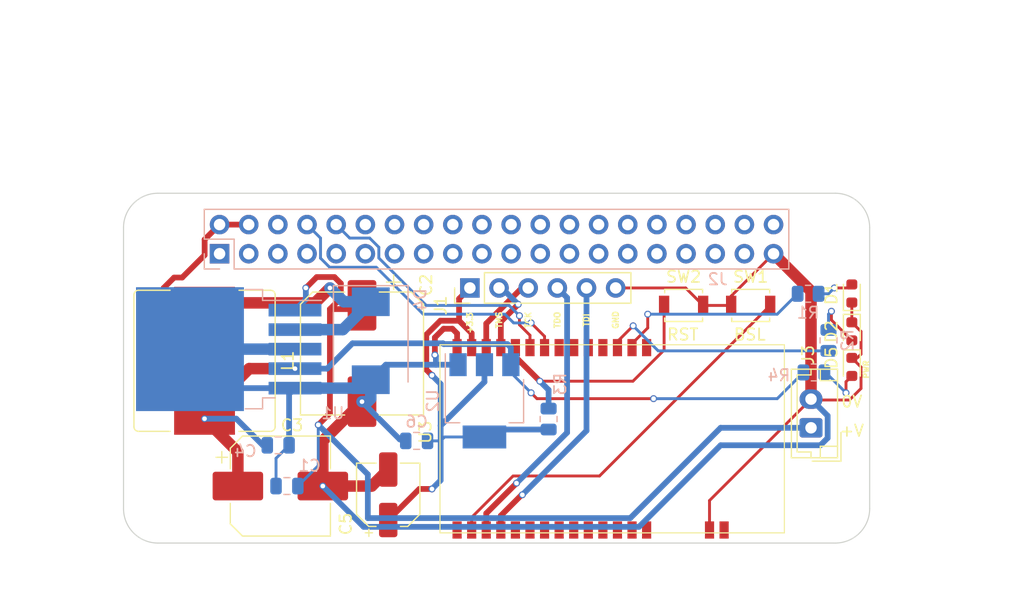
<source format=kicad_pcb>
(kicad_pcb (version 20171130) (host pcbnew "(5.1.9)-1")

  (general
    (thickness 1.6)
    (drawings 28)
    (tracks 221)
    (zones 0)
    (modules 27)
    (nets 71)
  )

  (page A4)
  (layers
    (0 F.Cu signal)
    (31 B.Cu signal)
    (34 B.Paste user)
    (35 F.Paste user)
    (36 B.SilkS user)
    (37 F.SilkS user)
    (38 B.Mask user)
    (39 F.Mask user)
    (40 Dwgs.User user)
    (41 Cmts.User user)
    (44 Edge.Cuts user)
    (45 Margin user)
    (46 B.CrtYd user)
    (47 F.CrtYd user)
    (48 B.Fab user)
    (49 F.Fab user)
  )

  (setup
    (last_trace_width 0.25)
    (user_trace_width 0.2)
    (user_trace_width 0.5)
    (user_trace_width 1)
    (user_trace_width 1.5)
    (user_trace_width 2)
    (trace_clearance 0.2)
    (zone_clearance 0.508)
    (zone_45_only no)
    (trace_min 0.01)
    (via_size 0.6)
    (via_drill 0.4)
    (via_min_size 0.4)
    (via_min_drill 0.3)
    (uvia_size 0.3)
    (uvia_drill 0.1)
    (uvias_allowed no)
    (uvia_min_size 0.2)
    (uvia_min_drill 0.1)
    (edge_width 0.1)
    (segment_width 0.2)
    (pcb_text_width 0.3)
    (pcb_text_size 1.5 1.5)
    (mod_edge_width 0.15)
    (mod_text_size 1 1)
    (mod_text_width 0.15)
    (pad_size 2.75 2.75)
    (pad_drill 2.75)
    (pad_to_mask_clearance 0)
    (aux_axis_origin 0 0)
    (visible_elements 7FFFFFFF)
    (pcbplotparams
      (layerselection 0x01330_80000001)
      (usegerberextensions false)
      (usegerberattributes false)
      (usegerberadvancedattributes false)
      (creategerberjobfile false)
      (excludeedgelayer true)
      (linewidth 0.100000)
      (plotframeref false)
      (viasonmask false)
      (mode 1)
      (useauxorigin false)
      (hpglpennumber 1)
      (hpglpenspeed 20)
      (hpglpendiameter 15.000000)
      (psnegative false)
      (psa4output false)
      (plotreference true)
      (plotvalue true)
      (plotinvisibletext false)
      (padsonsilk false)
      (subtractmaskfromsilk false)
      (outputformat 4)
      (mirror false)
      (drillshape 2)
      (scaleselection 1)
      (outputdirectory "meta/"))
  )

  (net 0 "")
  (net 1 "Net-(J2-Pad1)")
  (net 2 "Net-(J2-Pad3)")
  (net 3 "Net-(J2-Pad5)")
  (net 4 "Net-(J2-Pad6)")
  (net 5 "Net-(J2-Pad7)")
  (net 6 "Net-(J2-Pad9)")
  (net 7 "Net-(J2-Pad11)")
  (net 8 "Net-(J2-Pad12)")
  (net 9 "Net-(J2-Pad13)")
  (net 10 "Net-(J2-Pad14)")
  (net 11 "Net-(J2-Pad15)")
  (net 12 "Net-(J2-Pad16)")
  (net 13 "Net-(J2-Pad17)")
  (net 14 "Net-(J2-Pad18)")
  (net 15 "Net-(J2-Pad19)")
  (net 16 "Net-(J2-Pad20)")
  (net 17 "Net-(J2-Pad21)")
  (net 18 "Net-(J2-Pad22)")
  (net 19 "Net-(J2-Pad23)")
  (net 20 "Net-(J2-Pad24)")
  (net 21 "Net-(J2-Pad25)")
  (net 22 "Net-(J2-Pad26)")
  (net 23 "Net-(J2-Pad27)")
  (net 24 "Net-(J2-Pad28)")
  (net 25 "Net-(J2-Pad29)")
  (net 26 "Net-(J2-Pad30)")
  (net 27 "Net-(J2-Pad31)")
  (net 28 "Net-(J2-Pad32)")
  (net 29 "Net-(J2-Pad33)")
  (net 30 "Net-(J2-Pad34)")
  (net 31 "Net-(J2-Pad35)")
  (net 32 "Net-(J2-Pad36)")
  (net 33 "Net-(J2-Pad37)")
  (net 34 "Net-(J2-Pad38)")
  (net 35 "Net-(J2-Pad40)")
  (net 36 GND)
  (net 37 "Net-(C1-Pad1)")
  (net 38 +5V)
  (net 39 "Net-(R1-Pad1)")
  (net 40 "Net-(D2-Pad2)")
  (net 41 +3V3)
  (net 42 TDO)
  (net 43 TCK)
  (net 44 TDI)
  (net 45 TMS)
  (net 46 Pi_RX)
  (net 47 Pi_TX)
  (net 48 "Net-(D1-Pad2)")
  (net 49 "Net-(D4-Pad1)")
  (net 50 "Net-(D5-Pad2)")
  (net 51 "Net-(R2-Pad1)")
  (net 52 "Net-(R3-Pad1)")
  (net 53 "Net-(SW1-Pad2)")
  (net 54 "Net-(U3-Pad23)")
  (net 55 "Net-(U3-Pad19)")
  (net 56 "Net-(U3-Pad30)")
  (net 57 "Net-(U3-Pad6)")
  (net 58 "Net-(U3-Pad28)")
  (net 59 "Net-(U3-Pad1)")
  (net 60 "Net-(U3-Pad5)")
  (net 61 "Net-(U3-Pad7)")
  (net 62 "Net-(U3-Pad27)")
  (net 63 "Net-(U3-Pad4)")
  (net 64 "Net-(U3-Pad15)")
  (net 65 "Net-(U3-Pad25)")
  (net 66 "Net-(U3-Pad26)")
  (net 67 "Net-(U3-Pad21)")
  (net 68 "Net-(U3-Pad20)")
  (net 69 "Net-(U3-Pad22)")
  (net 70 "Net-(U3-Pad24)")

  (net_class Default "This is the default net class."
    (clearance 0.2)
    (trace_width 0.25)
    (via_dia 0.6)
    (via_drill 0.4)
    (uvia_dia 0.3)
    (uvia_drill 0.1)
    (add_net +3V3)
    (add_net +5V)
    (add_net GND)
    (add_net "Net-(C1-Pad1)")
    (add_net "Net-(D1-Pad2)")
    (add_net "Net-(D2-Pad2)")
    (add_net "Net-(D4-Pad1)")
    (add_net "Net-(D5-Pad2)")
    (add_net "Net-(J2-Pad1)")
    (add_net "Net-(J2-Pad11)")
    (add_net "Net-(J2-Pad12)")
    (add_net "Net-(J2-Pad13)")
    (add_net "Net-(J2-Pad14)")
    (add_net "Net-(J2-Pad15)")
    (add_net "Net-(J2-Pad16)")
    (add_net "Net-(J2-Pad17)")
    (add_net "Net-(J2-Pad18)")
    (add_net "Net-(J2-Pad19)")
    (add_net "Net-(J2-Pad20)")
    (add_net "Net-(J2-Pad21)")
    (add_net "Net-(J2-Pad22)")
    (add_net "Net-(J2-Pad23)")
    (add_net "Net-(J2-Pad24)")
    (add_net "Net-(J2-Pad25)")
    (add_net "Net-(J2-Pad26)")
    (add_net "Net-(J2-Pad27)")
    (add_net "Net-(J2-Pad28)")
    (add_net "Net-(J2-Pad29)")
    (add_net "Net-(J2-Pad3)")
    (add_net "Net-(J2-Pad30)")
    (add_net "Net-(J2-Pad31)")
    (add_net "Net-(J2-Pad32)")
    (add_net "Net-(J2-Pad33)")
    (add_net "Net-(J2-Pad34)")
    (add_net "Net-(J2-Pad35)")
    (add_net "Net-(J2-Pad36)")
    (add_net "Net-(J2-Pad37)")
    (add_net "Net-(J2-Pad38)")
    (add_net "Net-(J2-Pad40)")
    (add_net "Net-(J2-Pad5)")
    (add_net "Net-(J2-Pad6)")
    (add_net "Net-(J2-Pad7)")
    (add_net "Net-(J2-Pad9)")
    (add_net "Net-(R1-Pad1)")
    (add_net "Net-(R2-Pad1)")
    (add_net "Net-(R3-Pad1)")
    (add_net "Net-(SW1-Pad2)")
    (add_net "Net-(U3-Pad1)")
    (add_net "Net-(U3-Pad15)")
    (add_net "Net-(U3-Pad19)")
    (add_net "Net-(U3-Pad20)")
    (add_net "Net-(U3-Pad21)")
    (add_net "Net-(U3-Pad22)")
    (add_net "Net-(U3-Pad23)")
    (add_net "Net-(U3-Pad24)")
    (add_net "Net-(U3-Pad25)")
    (add_net "Net-(U3-Pad26)")
    (add_net "Net-(U3-Pad27)")
    (add_net "Net-(U3-Pad28)")
    (add_net "Net-(U3-Pad30)")
    (add_net "Net-(U3-Pad4)")
    (add_net "Net-(U3-Pad5)")
    (add_net "Net-(U3-Pad6)")
    (add_net "Net-(U3-Pad7)")
    (add_net Pi_RX)
    (add_net Pi_TX)
    (add_net TCK)
    (add_net TDI)
    (add_net TDO)
    (add_net TMS)
  )

  (module Resistor_SMD:R_0805_2012Metric (layer B.Cu) (tedit 5F68FEEE) (tstamp 6127035D)
    (at 72.644 39.624)
    (descr "Resistor SMD 0805 (2012 Metric), square (rectangular) end terminal, IPC_7351 nominal, (Body size source: IPC-SM-782 page 72, https://www.pcb-3d.com/wordpress/wp-content/uploads/ipc-sm-782a_amendment_1_and_2.pdf), generated with kicad-footprint-generator")
    (tags resistor)
    (path /6125F3D5/6129EB84)
    (attr smd)
    (fp_text reference R4 (at -3.048 0.254 180) (layer B.SilkS)
      (effects (font (size 1 1) (thickness 0.15)) (justify mirror))
    )
    (fp_text value 1k (at 0 -1.65 180) (layer B.Fab)
      (effects (font (size 1 1) (thickness 0.15)) (justify mirror))
    )
    (fp_text user %R (at 0 0 180) (layer B.Fab)
      (effects (font (size 0.5 0.5) (thickness 0.08)) (justify mirror))
    )
    (fp_line (start -1 -0.625) (end -1 0.625) (layer B.Fab) (width 0.1))
    (fp_line (start -1 0.625) (end 1 0.625) (layer B.Fab) (width 0.1))
    (fp_line (start 1 0.625) (end 1 -0.625) (layer B.Fab) (width 0.1))
    (fp_line (start 1 -0.625) (end -1 -0.625) (layer B.Fab) (width 0.1))
    (fp_line (start -0.227064 0.735) (end 0.227064 0.735) (layer B.SilkS) (width 0.12))
    (fp_line (start -0.227064 -0.735) (end 0.227064 -0.735) (layer B.SilkS) (width 0.12))
    (fp_line (start -1.68 -0.95) (end -1.68 0.95) (layer B.CrtYd) (width 0.05))
    (fp_line (start -1.68 0.95) (end 1.68 0.95) (layer B.CrtYd) (width 0.05))
    (fp_line (start 1.68 0.95) (end 1.68 -0.95) (layer B.CrtYd) (width 0.05))
    (fp_line (start 1.68 -0.95) (end -1.68 -0.95) (layer B.CrtYd) (width 0.05))
    (pad 2 smd roundrect (at 0.9125 0) (size 1.025 1.4) (layers B.Cu B.Paste B.Mask) (roundrect_rratio 0.243902)
      (net 50 "Net-(D5-Pad2)"))
    (pad 1 smd roundrect (at -0.9125 0) (size 1.025 1.4) (layers B.Cu B.Paste B.Mask) (roundrect_rratio 0.243902)
      (net 38 +5V))
    (model ${KISYS3DMOD}/Resistor_SMD.3dshapes/R_0805_2012Metric.wrl
      (at (xyz 0 0 0))
      (scale (xyz 1 1 1))
      (rotate (xyz 0 0 0))
    )
  )

  (module LED_SMD:LED_0603_1608Metric (layer F.Cu) (tedit 5F68FEF1) (tstamp 612701AC)
    (at 75.946 39.1415 270)
    (descr "LED SMD 0603 (1608 Metric), square (rectangular) end terminal, IPC_7351 nominal, (Body size source: http://www.tortai-tech.com/upload/download/2011102023233369053.pdf), generated with kicad-footprint-generator")
    (tags LED)
    (path /6125F3D5/6129EB8A)
    (attr smd)
    (fp_text reference D5 (at -0.7875 1.778 90) (layer F.SilkS)
      (effects (font (size 1 1) (thickness 0.15)))
    )
    (fp_text value LED (at 0 1.43 90) (layer F.Fab)
      (effects (font (size 1 1) (thickness 0.15)))
    )
    (fp_text user %R (at 0 0 90) (layer F.Fab)
      (effects (font (size 0.4 0.4) (thickness 0.06)))
    )
    (fp_line (start 0.8 -0.4) (end -0.5 -0.4) (layer F.Fab) (width 0.1))
    (fp_line (start -0.5 -0.4) (end -0.8 -0.1) (layer F.Fab) (width 0.1))
    (fp_line (start -0.8 -0.1) (end -0.8 0.4) (layer F.Fab) (width 0.1))
    (fp_line (start -0.8 0.4) (end 0.8 0.4) (layer F.Fab) (width 0.1))
    (fp_line (start 0.8 0.4) (end 0.8 -0.4) (layer F.Fab) (width 0.1))
    (fp_line (start 0.8 -0.735) (end -1.485 -0.735) (layer F.SilkS) (width 0.12))
    (fp_line (start -1.485 -0.735) (end -1.485 0.735) (layer F.SilkS) (width 0.12))
    (fp_line (start -1.485 0.735) (end 0.8 0.735) (layer F.SilkS) (width 0.12))
    (fp_line (start -1.48 0.73) (end -1.48 -0.73) (layer F.CrtYd) (width 0.05))
    (fp_line (start -1.48 -0.73) (end 1.48 -0.73) (layer F.CrtYd) (width 0.05))
    (fp_line (start 1.48 -0.73) (end 1.48 0.73) (layer F.CrtYd) (width 0.05))
    (fp_line (start 1.48 0.73) (end -1.48 0.73) (layer F.CrtYd) (width 0.05))
    (pad 2 smd roundrect (at 0.7875 0 270) (size 0.875 0.95) (layers F.Cu F.Paste F.Mask) (roundrect_rratio 0.25)
      (net 50 "Net-(D5-Pad2)"))
    (pad 1 smd roundrect (at -0.7875 0 270) (size 0.875 0.95) (layers F.Cu F.Paste F.Mask) (roundrect_rratio 0.25)
      (net 36 GND))
    (model ${KISYS3DMOD}/LED_SMD.3dshapes/LED_0603_1608Metric.wrl
      (at (xyz 0 0 0))
      (scale (xyz 1 1 1))
      (rotate (xyz 0 0 0))
    )
  )

  (module Package_TO_SOT_SMD:TO-263-5_TabPin3 (layer B.Cu) (tedit 5A70FBB6) (tstamp 6126E2E5)
    (at 21.663 37.592 180)
    (descr "TO-263 / D2PAK / DDPAK SMD package, http://www.infineon.com/cms/en/product/packages/PG-TO263/PG-TO263-5-1/")
    (tags "D2PAK DDPAK TO-263 D2PAK-5 TO-263-5 SOT-426")
    (path /6125F3D5/61292530)
    (attr smd)
    (fp_text reference U1 (at -9.071 -5.588) (layer B.SilkS)
      (effects (font (size 1 1) (thickness 0.15)) (justify mirror))
    )
    (fp_text value LM2596S-5 (at 0 -6.65) (layer B.Fab)
      (effects (font (size 1 1) (thickness 0.15)) (justify mirror))
    )
    (fp_text user %R (at 0 0) (layer B.Fab)
      (effects (font (size 1 1) (thickness 0.15)) (justify mirror))
    )
    (fp_line (start 6.5 5) (end 7.5 5) (layer B.Fab) (width 0.1))
    (fp_line (start 7.5 5) (end 7.5 -5) (layer B.Fab) (width 0.1))
    (fp_line (start 7.5 -5) (end 6.5 -5) (layer B.Fab) (width 0.1))
    (fp_line (start 6.5 5) (end 6.5 -5) (layer B.Fab) (width 0.1))
    (fp_line (start 6.5 -5) (end -2.75 -5) (layer B.Fab) (width 0.1))
    (fp_line (start -2.75 -5) (end -2.75 4) (layer B.Fab) (width 0.1))
    (fp_line (start -2.75 4) (end -1.75 5) (layer B.Fab) (width 0.1))
    (fp_line (start -1.75 5) (end 6.5 5) (layer B.Fab) (width 0.1))
    (fp_line (start -2.75 3.8) (end -7.45 3.8) (layer B.Fab) (width 0.1))
    (fp_line (start -7.45 3.8) (end -7.45 3) (layer B.Fab) (width 0.1))
    (fp_line (start -7.45 3) (end -2.75 3) (layer B.Fab) (width 0.1))
    (fp_line (start -2.75 2.1) (end -7.45 2.1) (layer B.Fab) (width 0.1))
    (fp_line (start -7.45 2.1) (end -7.45 1.3) (layer B.Fab) (width 0.1))
    (fp_line (start -7.45 1.3) (end -2.75 1.3) (layer B.Fab) (width 0.1))
    (fp_line (start -2.75 0.4) (end -7.45 0.4) (layer B.Fab) (width 0.1))
    (fp_line (start -7.45 0.4) (end -7.45 -0.4) (layer B.Fab) (width 0.1))
    (fp_line (start -7.45 -0.4) (end -2.75 -0.4) (layer B.Fab) (width 0.1))
    (fp_line (start -2.75 -1.3) (end -7.45 -1.3) (layer B.Fab) (width 0.1))
    (fp_line (start -7.45 -1.3) (end -7.45 -2.1) (layer B.Fab) (width 0.1))
    (fp_line (start -7.45 -2.1) (end -2.75 -2.1) (layer B.Fab) (width 0.1))
    (fp_line (start -2.75 -3) (end -7.45 -3) (layer B.Fab) (width 0.1))
    (fp_line (start -7.45 -3) (end -7.45 -3.8) (layer B.Fab) (width 0.1))
    (fp_line (start -7.45 -3.8) (end -2.75 -3.8) (layer B.Fab) (width 0.1))
    (fp_line (start -1.45 5.2) (end -2.95 5.2) (layer B.SilkS) (width 0.12))
    (fp_line (start -2.95 5.2) (end -2.95 4.25) (layer B.SilkS) (width 0.12))
    (fp_line (start -2.95 4.25) (end -8.075 4.25) (layer B.SilkS) (width 0.12))
    (fp_line (start -1.45 -5.2) (end -2.95 -5.2) (layer B.SilkS) (width 0.12))
    (fp_line (start -2.95 -5.2) (end -2.95 -4.25) (layer B.SilkS) (width 0.12))
    (fp_line (start -2.95 -4.25) (end -4.05 -4.25) (layer B.SilkS) (width 0.12))
    (fp_line (start -8.32 5.65) (end -8.32 -5.65) (layer B.CrtYd) (width 0.05))
    (fp_line (start -8.32 -5.65) (end 8.32 -5.65) (layer B.CrtYd) (width 0.05))
    (fp_line (start 8.32 -5.65) (end 8.32 5.65) (layer B.CrtYd) (width 0.05))
    (fp_line (start 8.32 5.65) (end -8.32 5.65) (layer B.CrtYd) (width 0.05))
    (pad "" smd rect (at 0.95 -2.775 180) (size 4.55 5.25) (layers B.Paste))
    (pad "" smd rect (at 5.8 2.775 180) (size 4.55 5.25) (layers B.Paste))
    (pad "" smd rect (at 0.95 2.775 180) (size 4.55 5.25) (layers B.Paste))
    (pad "" smd rect (at 5.8 -2.775 180) (size 4.55 5.25) (layers B.Paste))
    (pad 3 smd rect (at 3.375 0 180) (size 9.4 10.8) (layers B.Cu B.Mask)
      (net 36 GND))
    (pad 5 smd rect (at -5.775 -3.4 180) (size 4.6 1.1) (layers B.Cu B.Paste B.Mask)
      (net 36 GND))
    (pad 4 smd rect (at -5.775 -1.7 180) (size 4.6 1.1) (layers B.Cu B.Paste B.Mask)
      (net 38 +5V))
    (pad 3 smd rect (at -5.775 0 180) (size 4.6 1.1) (layers B.Cu B.Paste B.Mask)
      (net 36 GND))
    (pad 2 smd rect (at -5.775 1.7 180) (size 4.6 1.1) (layers B.Cu B.Paste B.Mask)
      (net 49 "Net-(D4-Pad1)"))
    (pad 1 smd rect (at -5.775 3.4 180) (size 4.6 1.1) (layers B.Cu B.Paste B.Mask)
      (net 37 "Net-(C1-Pad1)"))
    (model ${KISYS3DMOD}/Package_TO_SOT_SMD.3dshapes/TO-263-5_TabPin3.wrl
      (at (xyz 0 0 0))
      (scale (xyz 1 1 1))
      (rotate (xyz 0 0 0))
    )
  )

  (module Connector_PinHeader_2.54mm:PinHeader_1x06_P2.54mm_Vertical (layer F.Cu) (tedit 59FED5CC) (tstamp 6126D2D5)
    (at 42.672 32.258 90)
    (descr "Through hole straight pin header, 1x06, 2.54mm pitch, single row")
    (tags "Through hole pin header THT 1x06 2.54mm single row")
    (path /612772F6)
    (fp_text reference J1 (at -1.524 -2.54 90) (layer F.SilkS)
      (effects (font (size 1 1) (thickness 0.15)))
    )
    (fp_text value Conn_01x06_Male (at 0 15.03 90) (layer F.Fab)
      (effects (font (size 1 1) (thickness 0.15)))
    )
    (fp_text user %R (at 0 6.35) (layer F.Fab)
      (effects (font (size 1 1) (thickness 0.15)))
    )
    (fp_line (start -0.635 -1.27) (end 1.27 -1.27) (layer F.Fab) (width 0.1))
    (fp_line (start 1.27 -1.27) (end 1.27 13.97) (layer F.Fab) (width 0.1))
    (fp_line (start 1.27 13.97) (end -1.27 13.97) (layer F.Fab) (width 0.1))
    (fp_line (start -1.27 13.97) (end -1.27 -0.635) (layer F.Fab) (width 0.1))
    (fp_line (start -1.27 -0.635) (end -0.635 -1.27) (layer F.Fab) (width 0.1))
    (fp_line (start -1.33 14.03) (end 1.33 14.03) (layer F.SilkS) (width 0.12))
    (fp_line (start -1.33 1.27) (end -1.33 14.03) (layer F.SilkS) (width 0.12))
    (fp_line (start 1.33 1.27) (end 1.33 14.03) (layer F.SilkS) (width 0.12))
    (fp_line (start -1.33 1.27) (end 1.33 1.27) (layer F.SilkS) (width 0.12))
    (fp_line (start -1.33 0) (end -1.33 -1.33) (layer F.SilkS) (width 0.12))
    (fp_line (start -1.33 -1.33) (end 0 -1.33) (layer F.SilkS) (width 0.12))
    (fp_line (start -1.8 -1.8) (end -1.8 14.5) (layer F.CrtYd) (width 0.05))
    (fp_line (start -1.8 14.5) (end 1.8 14.5) (layer F.CrtYd) (width 0.05))
    (fp_line (start 1.8 14.5) (end 1.8 -1.8) (layer F.CrtYd) (width 0.05))
    (fp_line (start 1.8 -1.8) (end -1.8 -1.8) (layer F.CrtYd) (width 0.05))
    (pad 6 thru_hole oval (at 0 12.7 90) (size 1.7 1.7) (drill 1) (layers *.Cu *.Mask)
      (net 36 GND))
    (pad 5 thru_hole oval (at 0 10.16 90) (size 1.7 1.7) (drill 1) (layers *.Cu *.Mask)
      (net 44 TDI))
    (pad 4 thru_hole oval (at 0 7.62 90) (size 1.7 1.7) (drill 1) (layers *.Cu *.Mask)
      (net 42 TDO))
    (pad 3 thru_hole oval (at 0 5.08 90) (size 1.7 1.7) (drill 1) (layers *.Cu *.Mask)
      (net 43 TCK))
    (pad 2 thru_hole oval (at 0 2.54 90) (size 1.7 1.7) (drill 1) (layers *.Cu *.Mask)
      (net 45 TMS))
    (pad 1 thru_hole rect (at 0 0 90) (size 1.7 1.7) (drill 1) (layers *.Cu *.Mask)
      (net 41 +3V3))
    (model ${KISYS3DMOD}/Connector_PinHeader_2.54mm.3dshapes/PinHeader_1x06_P2.54mm_Vertical.wrl
      (at (xyz 0 0 0))
      (scale (xyz 1 1 1))
      (rotate (xyz 0 0 0))
    )
  )

  (module Button_Switch_SMD:SW_SPST_B3U-1000P (layer F.Cu) (tedit 5A02FC95) (tstamp 612765EB)
    (at 61.292 33.782)
    (descr "Ultra-small-sized Tactile Switch with High Contact Reliability, Top-actuated Model, without Ground Terminal, without Boss")
    (tags "Tactile Switch")
    (path /61288D0D)
    (attr smd)
    (fp_text reference SW2 (at 0 -2.5) (layer F.SilkS)
      (effects (font (size 1 1) (thickness 0.15)))
    )
    (fp_text value RST (at 0 2.5) (layer F.Fab)
      (effects (font (size 1 1) (thickness 0.15)))
    )
    (fp_text user %R (at 0 -2.5) (layer F.Fab)
      (effects (font (size 1 1) (thickness 0.15)))
    )
    (fp_line (start -2.4 1.65) (end 2.4 1.65) (layer F.CrtYd) (width 0.05))
    (fp_line (start 2.4 1.65) (end 2.4 -1.65) (layer F.CrtYd) (width 0.05))
    (fp_line (start 2.4 -1.65) (end -2.4 -1.65) (layer F.CrtYd) (width 0.05))
    (fp_line (start -2.4 -1.65) (end -2.4 1.65) (layer F.CrtYd) (width 0.05))
    (fp_line (start -1.65 1.1) (end -1.65 1.4) (layer F.SilkS) (width 0.12))
    (fp_line (start -1.65 1.4) (end 1.65 1.4) (layer F.SilkS) (width 0.12))
    (fp_line (start 1.65 1.4) (end 1.65 1.1) (layer F.SilkS) (width 0.12))
    (fp_line (start -1.65 -1.1) (end -1.65 -1.4) (layer F.SilkS) (width 0.12))
    (fp_line (start -1.65 -1.4) (end 1.65 -1.4) (layer F.SilkS) (width 0.12))
    (fp_line (start 1.65 -1.4) (end 1.65 -1.1) (layer F.SilkS) (width 0.12))
    (fp_line (start -1.5 -1.25) (end 1.5 -1.25) (layer F.Fab) (width 0.1))
    (fp_line (start 1.5 -1.25) (end 1.5 1.25) (layer F.Fab) (width 0.1))
    (fp_line (start 1.5 1.25) (end -1.5 1.25) (layer F.Fab) (width 0.1))
    (fp_line (start -1.5 1.25) (end -1.5 -1.25) (layer F.Fab) (width 0.1))
    (fp_circle (center 0 0) (end 0.75 0) (layer F.Fab) (width 0.1))
    (pad 2 smd rect (at 1.7 0) (size 0.9 1.7) (layers F.Cu F.Paste F.Mask)
      (net 36 GND))
    (pad 1 smd rect (at -1.7 0) (size 0.9 1.7) (layers F.Cu F.Paste F.Mask)
      (net 52 "Net-(R3-Pad1)"))
    (model ${KISYS3DMOD}/Button_Switch_SMD.3dshapes/SW_SPST_B3U-1000P.wrl
      (at (xyz 0 0 0))
      (scale (xyz 1 1 1))
      (rotate (xyz 0 0 0))
    )
  )

  (module Button_Switch_SMD:SW_SPST_B3U-1000P (layer F.Cu) (tedit 5A02FC95) (tstamp 6126B6C2)
    (at 67.134 33.782)
    (descr "Ultra-small-sized Tactile Switch with High Contact Reliability, Top-actuated Model, without Ground Terminal, without Boss")
    (tags "Tactile Switch")
    (path /6128B1A7)
    (attr smd)
    (fp_text reference SW1 (at 0 -2.5) (layer F.SilkS)
      (effects (font (size 1 1) (thickness 0.15)))
    )
    (fp_text value BSL (at 0 2.5) (layer F.Fab)
      (effects (font (size 1 1) (thickness 0.15)))
    )
    (fp_text user %R (at 0 -2.5) (layer F.Fab)
      (effects (font (size 1 1) (thickness 0.15)))
    )
    (fp_line (start -2.4 1.65) (end 2.4 1.65) (layer F.CrtYd) (width 0.05))
    (fp_line (start 2.4 1.65) (end 2.4 -1.65) (layer F.CrtYd) (width 0.05))
    (fp_line (start 2.4 -1.65) (end -2.4 -1.65) (layer F.CrtYd) (width 0.05))
    (fp_line (start -2.4 -1.65) (end -2.4 1.65) (layer F.CrtYd) (width 0.05))
    (fp_line (start -1.65 1.1) (end -1.65 1.4) (layer F.SilkS) (width 0.12))
    (fp_line (start -1.65 1.4) (end 1.65 1.4) (layer F.SilkS) (width 0.12))
    (fp_line (start 1.65 1.4) (end 1.65 1.1) (layer F.SilkS) (width 0.12))
    (fp_line (start -1.65 -1.1) (end -1.65 -1.4) (layer F.SilkS) (width 0.12))
    (fp_line (start -1.65 -1.4) (end 1.65 -1.4) (layer F.SilkS) (width 0.12))
    (fp_line (start 1.65 -1.4) (end 1.65 -1.1) (layer F.SilkS) (width 0.12))
    (fp_line (start -1.5 -1.25) (end 1.5 -1.25) (layer F.Fab) (width 0.1))
    (fp_line (start 1.5 -1.25) (end 1.5 1.25) (layer F.Fab) (width 0.1))
    (fp_line (start 1.5 1.25) (end -1.5 1.25) (layer F.Fab) (width 0.1))
    (fp_line (start -1.5 1.25) (end -1.5 -1.25) (layer F.Fab) (width 0.1))
    (fp_circle (center 0 0) (end 0.75 0) (layer F.Fab) (width 0.1))
    (pad 2 smd rect (at 1.7 0) (size 0.9 1.7) (layers F.Cu F.Paste F.Mask)
      (net 53 "Net-(SW1-Pad2)"))
    (pad 1 smd rect (at -1.7 0) (size 0.9 1.7) (layers F.Cu F.Paste F.Mask)
      (net 36 GND))
    (model ${KISYS3DMOD}/Button_Switch_SMD.3dshapes/SW_SPST_B3U-1000P.wrl
      (at (xyz 0 0 0))
      (scale (xyz 1 1 1))
      (rotate (xyz 0 0 0))
    )
  )

  (module Resistor_SMD:R_0805_2012Metric (layer B.Cu) (tedit 5F68FEEE) (tstamp 6126B680)
    (at 49.53 43.688 270)
    (descr "Resistor SMD 0805 (2012 Metric), square (rectangular) end terminal, IPC_7351 nominal, (Body size source: IPC-SM-782 page 72, https://www.pcb-3d.com/wordpress/wp-content/uploads/ipc-sm-782a_amendment_1_and_2.pdf), generated with kicad-footprint-generator")
    (tags resistor)
    (path /61286DD8)
    (attr smd)
    (fp_text reference R3 (at -3.048 -1.016 90) (layer B.SilkS)
      (effects (font (size 1 1) (thickness 0.15)) (justify mirror))
    )
    (fp_text value 10k (at 0 -1.65 90) (layer B.Fab)
      (effects (font (size 1 1) (thickness 0.15)) (justify mirror))
    )
    (fp_text user %R (at 0 0 90) (layer B.Fab)
      (effects (font (size 0.5 0.5) (thickness 0.08)) (justify mirror))
    )
    (fp_line (start -1 -0.625) (end -1 0.625) (layer B.Fab) (width 0.1))
    (fp_line (start -1 0.625) (end 1 0.625) (layer B.Fab) (width 0.1))
    (fp_line (start 1 0.625) (end 1 -0.625) (layer B.Fab) (width 0.1))
    (fp_line (start 1 -0.625) (end -1 -0.625) (layer B.Fab) (width 0.1))
    (fp_line (start -0.227064 0.735) (end 0.227064 0.735) (layer B.SilkS) (width 0.12))
    (fp_line (start -0.227064 -0.735) (end 0.227064 -0.735) (layer B.SilkS) (width 0.12))
    (fp_line (start -1.68 -0.95) (end -1.68 0.95) (layer B.CrtYd) (width 0.05))
    (fp_line (start -1.68 0.95) (end 1.68 0.95) (layer B.CrtYd) (width 0.05))
    (fp_line (start 1.68 0.95) (end 1.68 -0.95) (layer B.CrtYd) (width 0.05))
    (fp_line (start 1.68 -0.95) (end -1.68 -0.95) (layer B.CrtYd) (width 0.05))
    (pad 2 smd roundrect (at 0.9125 0 270) (size 1.025 1.4) (layers B.Cu B.Paste B.Mask) (roundrect_rratio 0.243902)
      (net 41 +3V3))
    (pad 1 smd roundrect (at -0.9125 0 270) (size 1.025 1.4) (layers B.Cu B.Paste B.Mask) (roundrect_rratio 0.243902)
      (net 52 "Net-(R3-Pad1)"))
    (model ${KISYS3DMOD}/Resistor_SMD.3dshapes/R_0805_2012Metric.wrl
      (at (xyz 0 0 0))
      (scale (xyz 1 1 1))
      (rotate (xyz 0 0 0))
    )
  )

  (module Resistor_SMD:R_0805_2012Metric (layer B.Cu) (tedit 5F68FEEE) (tstamp 6126B66F)
    (at 73.914 36.83 90)
    (descr "Resistor SMD 0805 (2012 Metric), square (rectangular) end terminal, IPC_7351 nominal, (Body size source: IPC-SM-782 page 72, https://www.pcb-3d.com/wordpress/wp-content/uploads/ipc-sm-782a_amendment_1_and_2.pdf), generated with kicad-footprint-generator")
    (tags resistor)
    (path /612810CF)
    (attr smd)
    (fp_text reference R2 (at 0 1.65 -90) (layer B.SilkS)
      (effects (font (size 1 1) (thickness 0.15)) (justify mirror))
    )
    (fp_text value 1k (at 0 -1.65 -90) (layer B.Fab)
      (effects (font (size 1 1) (thickness 0.15)) (justify mirror))
    )
    (fp_text user %R (at 0 0 -90) (layer B.Fab)
      (effects (font (size 0.5 0.5) (thickness 0.08)) (justify mirror))
    )
    (fp_line (start -1 -0.625) (end -1 0.625) (layer B.Fab) (width 0.1))
    (fp_line (start -1 0.625) (end 1 0.625) (layer B.Fab) (width 0.1))
    (fp_line (start 1 0.625) (end 1 -0.625) (layer B.Fab) (width 0.1))
    (fp_line (start 1 -0.625) (end -1 -0.625) (layer B.Fab) (width 0.1))
    (fp_line (start -0.227064 0.735) (end 0.227064 0.735) (layer B.SilkS) (width 0.12))
    (fp_line (start -0.227064 -0.735) (end 0.227064 -0.735) (layer B.SilkS) (width 0.12))
    (fp_line (start -1.68 -0.95) (end -1.68 0.95) (layer B.CrtYd) (width 0.05))
    (fp_line (start -1.68 0.95) (end 1.68 0.95) (layer B.CrtYd) (width 0.05))
    (fp_line (start 1.68 0.95) (end 1.68 -0.95) (layer B.CrtYd) (width 0.05))
    (fp_line (start 1.68 -0.95) (end -1.68 -0.95) (layer B.CrtYd) (width 0.05))
    (pad 2 smd roundrect (at 0.9125 0 90) (size 1.025 1.4) (layers B.Cu B.Paste B.Mask) (roundrect_rratio 0.243902)
      (net 40 "Net-(D2-Pad2)"))
    (pad 1 smd roundrect (at -0.9125 0 90) (size 1.025 1.4) (layers B.Cu B.Paste B.Mask) (roundrect_rratio 0.243902)
      (net 51 "Net-(R2-Pad1)"))
    (model ${KISYS3DMOD}/Resistor_SMD.3dshapes/R_0805_2012Metric.wrl
      (at (xyz 0 0 0))
      (scale (xyz 1 1 1))
      (rotate (xyz 0 0 0))
    )
  )

  (module Resistor_SMD:R_0805_2012Metric (layer B.Cu) (tedit 5F68FEEE) (tstamp 6126B65E)
    (at 72.136 32.766)
    (descr "Resistor SMD 0805 (2012 Metric), square (rectangular) end terminal, IPC_7351 nominal, (Body size source: IPC-SM-782 page 72, https://www.pcb-3d.com/wordpress/wp-content/uploads/ipc-sm-782a_amendment_1_and_2.pdf), generated with kicad-footprint-generator")
    (tags resistor)
    (path /6127E3A2)
    (attr smd)
    (fp_text reference R1 (at 0 1.65) (layer B.SilkS)
      (effects (font (size 1 1) (thickness 0.15)) (justify mirror))
    )
    (fp_text value 1k (at 0 -1.65) (layer B.Fab)
      (effects (font (size 1 1) (thickness 0.15)) (justify mirror))
    )
    (fp_text user %R (at 0 0) (layer B.Fab)
      (effects (font (size 0.5 0.5) (thickness 0.08)) (justify mirror))
    )
    (fp_line (start -1 -0.625) (end -1 0.625) (layer B.Fab) (width 0.1))
    (fp_line (start -1 0.625) (end 1 0.625) (layer B.Fab) (width 0.1))
    (fp_line (start 1 0.625) (end 1 -0.625) (layer B.Fab) (width 0.1))
    (fp_line (start 1 -0.625) (end -1 -0.625) (layer B.Fab) (width 0.1))
    (fp_line (start -0.227064 0.735) (end 0.227064 0.735) (layer B.SilkS) (width 0.12))
    (fp_line (start -0.227064 -0.735) (end 0.227064 -0.735) (layer B.SilkS) (width 0.12))
    (fp_line (start -1.68 -0.95) (end -1.68 0.95) (layer B.CrtYd) (width 0.05))
    (fp_line (start -1.68 0.95) (end 1.68 0.95) (layer B.CrtYd) (width 0.05))
    (fp_line (start 1.68 0.95) (end 1.68 -0.95) (layer B.CrtYd) (width 0.05))
    (fp_line (start 1.68 -0.95) (end -1.68 -0.95) (layer B.CrtYd) (width 0.05))
    (pad 2 smd roundrect (at 0.9125 0) (size 1.025 1.4) (layers B.Cu B.Paste B.Mask) (roundrect_rratio 0.243902)
      (net 48 "Net-(D1-Pad2)"))
    (pad 1 smd roundrect (at -0.9125 0) (size 1.025 1.4) (layers B.Cu B.Paste B.Mask) (roundrect_rratio 0.243902)
      (net 39 "Net-(R1-Pad1)"))
    (model ${KISYS3DMOD}/Resistor_SMD.3dshapes/R_0805_2012Metric.wrl
      (at (xyz 0 0 0))
      (scale (xyz 1 1 1))
      (rotate (xyz 0 0 0))
    )
  )

  (module LED_SMD:LED_0603_1608Metric (layer F.Cu) (tedit 5F68FEF1) (tstamp 6126B51F)
    (at 75.946 36.0425 270)
    (descr "LED SMD 0603 (1608 Metric), square (rectangular) end terminal, IPC_7351 nominal, (Body size source: http://www.tortai-tech.com/upload/download/2011102023233369053.pdf), generated with kicad-footprint-generator")
    (tags LED)
    (path /612810D5)
    (attr smd)
    (fp_text reference D2 (at 0.0255 1.778 90) (layer F.SilkS)
      (effects (font (size 1 1) (thickness 0.15)))
    )
    (fp_text value LED (at 0 1.43 90) (layer F.Fab)
      (effects (font (size 1 1) (thickness 0.15)))
    )
    (fp_text user %R (at 0 0 90) (layer F.Fab)
      (effects (font (size 0.4 0.4) (thickness 0.06)))
    )
    (fp_line (start 0.8 -0.4) (end -0.5 -0.4) (layer F.Fab) (width 0.1))
    (fp_line (start -0.5 -0.4) (end -0.8 -0.1) (layer F.Fab) (width 0.1))
    (fp_line (start -0.8 -0.1) (end -0.8 0.4) (layer F.Fab) (width 0.1))
    (fp_line (start -0.8 0.4) (end 0.8 0.4) (layer F.Fab) (width 0.1))
    (fp_line (start 0.8 0.4) (end 0.8 -0.4) (layer F.Fab) (width 0.1))
    (fp_line (start 0.8 -0.735) (end -1.485 -0.735) (layer F.SilkS) (width 0.12))
    (fp_line (start -1.485 -0.735) (end -1.485 0.735) (layer F.SilkS) (width 0.12))
    (fp_line (start -1.485 0.735) (end 0.8 0.735) (layer F.SilkS) (width 0.12))
    (fp_line (start -1.48 0.73) (end -1.48 -0.73) (layer F.CrtYd) (width 0.05))
    (fp_line (start -1.48 -0.73) (end 1.48 -0.73) (layer F.CrtYd) (width 0.05))
    (fp_line (start 1.48 -0.73) (end 1.48 0.73) (layer F.CrtYd) (width 0.05))
    (fp_line (start 1.48 0.73) (end -1.48 0.73) (layer F.CrtYd) (width 0.05))
    (pad 2 smd roundrect (at 0.7875 0 270) (size 0.875 0.95) (layers F.Cu F.Paste F.Mask) (roundrect_rratio 0.25)
      (net 40 "Net-(D2-Pad2)"))
    (pad 1 smd roundrect (at -0.7875 0 270) (size 0.875 0.95) (layers F.Cu F.Paste F.Mask) (roundrect_rratio 0.25)
      (net 36 GND))
    (model ${KISYS3DMOD}/LED_SMD.3dshapes/LED_0603_1608Metric.wrl
      (at (xyz 0 0 0))
      (scale (xyz 1 1 1))
      (rotate (xyz 0 0 0))
    )
  )

  (module LED_SMD:LED_0603_1608Metric (layer F.Cu) (tedit 5F68FEF1) (tstamp 6126B50C)
    (at 75.946 32.7405 90)
    (descr "LED SMD 0603 (1608 Metric), square (rectangular) end terminal, IPC_7351 nominal, (Body size source: http://www.tortai-tech.com/upload/download/2011102023233369053.pdf), generated with kicad-footprint-generator")
    (tags LED)
    (path /6127EB18)
    (attr smd)
    (fp_text reference D1 (at -0.0255 -1.778 90) (layer F.SilkS)
      (effects (font (size 1 1) (thickness 0.15)))
    )
    (fp_text value LED (at 0 -1.778 90) (layer F.Fab)
      (effects (font (size 1 1) (thickness 0.15)))
    )
    (fp_text user %R (at 0 0 90) (layer F.Fab)
      (effects (font (size 0.4 0.4) (thickness 0.06)))
    )
    (fp_line (start 0.8 -0.4) (end -0.5 -0.4) (layer F.Fab) (width 0.1))
    (fp_line (start -0.5 -0.4) (end -0.8 -0.1) (layer F.Fab) (width 0.1))
    (fp_line (start -0.8 -0.1) (end -0.8 0.4) (layer F.Fab) (width 0.1))
    (fp_line (start -0.8 0.4) (end 0.8 0.4) (layer F.Fab) (width 0.1))
    (fp_line (start 0.8 0.4) (end 0.8 -0.4) (layer F.Fab) (width 0.1))
    (fp_line (start 0.8 -0.735) (end -1.485 -0.735) (layer F.SilkS) (width 0.12))
    (fp_line (start -1.485 -0.735) (end -1.485 0.735) (layer F.SilkS) (width 0.12))
    (fp_line (start -1.485 0.735) (end 0.8 0.735) (layer F.SilkS) (width 0.12))
    (fp_line (start -1.48 0.73) (end -1.48 -0.73) (layer F.CrtYd) (width 0.05))
    (fp_line (start -1.48 -0.73) (end 1.48 -0.73) (layer F.CrtYd) (width 0.05))
    (fp_line (start 1.48 -0.73) (end 1.48 0.73) (layer F.CrtYd) (width 0.05))
    (fp_line (start 1.48 0.73) (end -1.48 0.73) (layer F.CrtYd) (width 0.05))
    (pad 2 smd roundrect (at 0.7875 0 90) (size 0.875 0.95) (layers F.Cu F.Paste F.Mask) (roundrect_rratio 0.25)
      (net 48 "Net-(D1-Pad2)"))
    (pad 1 smd roundrect (at -0.7875 0 90) (size 0.875 0.95) (layers F.Cu F.Paste F.Mask) (roundrect_rratio 0.25)
      (net 36 GND))
    (model ${KISYS3DMOD}/LED_SMD.3dshapes/LED_0603_1608Metric.wrl
      (at (xyz 0 0 0))
      (scale (xyz 1 1 1))
      (rotate (xyz 0 0 0))
    )
  )

  (module Zigbee:RF-BM-2652 (layer F.Cu) (tedit 6125FA63) (tstamp 6126E44E)
    (at 48.9585 46.101 270)
    (path /6125FF96)
    (fp_text reference U3 (at -1.27 10.16 90) (layer F.SilkS)
      (effects (font (size 1 1) (thickness 0.15)))
    )
    (fp_text value RF-BM-2652P2 (at 0 -22.86 90) (layer F.Fab)
      (effects (font (size 1 1) (thickness 0.15)))
    )
    (fp_text user KEEP (at -0.69 -18.21 270) (layer Cmts.User)
      (effects (font (size 0.7 0.7) (thickness 0.105)))
    )
    (fp_text user OUT (at -0.69 -13.71 270) (layer Cmts.User)
      (effects (font (size 0.7 0.7) (thickness 0.105)))
    )
    (fp_line (start -5.69 -11.11) (end 4.56 -21.36) (layer Dwgs.User) (width 0.12))
    (fp_line (start 1.81 -11.11) (end 8.06 -17.36) (layer Dwgs.User) (width 0.12))
    (fp_line (start -8.89 8.89) (end -8.89 -21.11) (layer F.SilkS) (width 0.1))
    (fp_line (start 7.51 8.89) (end 7.51 -21.11) (layer F.SilkS) (width 0.1))
    (fp_line (start 8.06 -11.11) (end -9.44 -11.11) (layer Dwgs.User) (width 0.12))
    (fp_line (start -8.89 8.89) (end 7.51 8.89) (layer F.SilkS) (width 0.1))
    (fp_line (start -8.69 -11.11) (end 1.56 -21.36) (layer Dwgs.User) (width 0.12))
    (fp_line (start -3.19 -11.11) (end 7.06 -21.36) (layer Dwgs.User) (width 0.12))
    (fp_line (start -5.94 -21.36) (end -9.44 -17.86) (layer Dwgs.User) (width 0.12))
    (fp_line (start -3.44 -21.36) (end -9.44 -15.36) (layer Dwgs.User) (width 0.12))
    (fp_line (start 4.31 -11.11) (end 8.06 -14.86) (layer Dwgs.User) (width 0.12))
    (fp_line (start -9.44 -21.36) (end 8.06 -21.36) (layer Dwgs.User) (width 0.12))
    (fp_line (start 8.06 -21.36) (end 8.06 -11.11) (layer Dwgs.User) (width 0.12))
    (fp_line (start -9.44 -11.11) (end -9.44 -21.36) (layer Dwgs.User) (width 0.12))
    (fp_line (start -8.89 -21.11) (end 7.51 -21.11) (layer F.SilkS) (width 0.1))
    (fp_line (start -9.44 -12.86) (end -0.94 -21.36) (layer Dwgs.User) (width 0.12))
    (fp_line (start 8.06 -19.86) (end -0.69 -11.11) (layer Dwgs.User) (width 0.12))
    (pad 23 smd rect (at 7.26 -2.76 270) (size 1.5 0.8) (layers F.Cu F.Paste F.Mask)
      (net 54 "Net-(U3-Pad23)"))
    (pad 17 smd rect (at 7.26 4.86 270) (size 1.5 0.8) (layers F.Cu F.Paste F.Mask)
      (net 42 TDO))
    (pad 12 smd rect (at -8.64 4.86 270) (size 1.5 0.8) (layers F.Cu F.Paste F.Mask)
      (net 43 TCK))
    (pad 16 smd rect (at 7.26 6.13 270) (size 1.5 0.8) (layers F.Cu F.Paste F.Mask)
      (net 53 "Net-(SW1-Pad2)"))
    (pad 19 smd rect (at 7.26 2.32 270) (size 1.5 0.8) (layers F.Cu F.Paste F.Mask)
      (net 55 "Net-(U3-Pad19)"))
    (pad 18 smd rect (at 7.26 3.59 270) (size 1.5 0.8) (layers F.Cu F.Paste F.Mask)
      (net 44 TDI))
    (pad 11 smd rect (at -8.64 3.59 270) (size 1.5 0.8) (layers F.Cu F.Paste F.Mask)
      (net 45 TMS))
    (pad 9 smd rect (at -8.64 1.05 270) (size 1.5 0.8) (layers F.Cu F.Paste F.Mask)
      (net 46 Pi_RX))
    (pad 30 smd rect (at 7.26 -15.86 270) (size 1.5 0.8) (layers F.Cu F.Paste F.Mask)
      (net 56 "Net-(U3-Pad30)"))
    (pad 6 smd rect (at -8.64 -2.76 270) (size 1.5 0.8) (layers F.Cu F.Paste F.Mask)
      (net 57 "Net-(U3-Pad6)"))
    (pad 28 smd rect (at 7.26 -9.11 270) (size 1.5 0.8) (layers F.Cu F.Paste F.Mask)
      (net 58 "Net-(U3-Pad28)"))
    (pad 1 smd rect (at -8.64 -9.11 270) (size 1.5 0.8) (layers F.Cu F.Paste F.Mask)
      (net 59 "Net-(U3-Pad1)"))
    (pad 5 smd rect (at -8.64 -4.03 270) (size 1.5 0.8) (layers F.Cu F.Paste F.Mask)
      (net 60 "Net-(U3-Pad5)"))
    (pad 7 smd rect (at -8.64 -1.49 270) (size 1.5 0.8) (layers F.Cu F.Paste F.Mask)
      (net 61 "Net-(U3-Pad7)"))
    (pad 27 smd rect (at 7.26 -7.84 270) (size 1.5 0.8) (layers F.Cu F.Paste F.Mask)
      (net 62 "Net-(U3-Pad27)"))
    (pad 8 smd rect (at -8.64 -0.22 270) (size 1.5 0.8) (layers F.Cu F.Paste F.Mask)
      (net 47 Pi_TX))
    (pad 4 smd rect (at -8.64 -5.3 270) (size 1.5 0.8) (layers F.Cu F.Paste F.Mask)
      (net 63 "Net-(U3-Pad4)"))
    (pad 29 smd rect (at 7.26 -14.59 270) (size 1.5 0.8) (layers F.Cu F.Paste F.Mask)
      (net 36 GND))
    (pad 15 smd rect (at 7.26 7.4 270) (size 1.5 0.8) (layers F.Cu F.Paste F.Mask)
      (net 64 "Net-(U3-Pad15)"))
    (pad 25 smd rect (at 7.26 -5.3 270) (size 1.5 0.8) (layers F.Cu F.Paste F.Mask)
      (net 65 "Net-(U3-Pad25)"))
    (pad 14 smd rect (at -8.64 7.4 270) (size 1.5 0.8) (layers F.Cu F.Paste F.Mask)
      (net 36 GND))
    (pad 10 smd rect (at -8.64 2.32 270) (size 1.5 0.8) (layers F.Cu F.Paste F.Mask)
      (net 52 "Net-(R3-Pad1)"))
    (pad 13 smd rect (at -8.64 6.13 270) (size 1.5 0.8) (layers F.Cu F.Paste F.Mask)
      (net 41 +3V3))
    (pad 26 smd rect (at 7.26 -6.57 270) (size 1.5 0.8) (layers F.Cu F.Paste F.Mask)
      (net 66 "Net-(U3-Pad26)"))
    (pad 21 smd rect (at 7.26 -0.22 270) (size 1.5 0.8) (layers F.Cu F.Paste F.Mask)
      (net 67 "Net-(U3-Pad21)"))
    (pad 2 smd rect (at -8.64 -7.84 270) (size 1.5 0.8) (layers F.Cu F.Paste F.Mask)
      (net 39 "Net-(R1-Pad1)"))
    (pad 20 smd rect (at 7.26 1.05 270) (size 1.5 0.8) (layers F.Cu F.Paste F.Mask)
      (net 68 "Net-(U3-Pad20)"))
    (pad 22 smd rect (at 7.26 -1.49 270) (size 1.5 0.8) (layers F.Cu F.Paste F.Mask)
      (net 69 "Net-(U3-Pad22)"))
    (pad 3 smd rect (at -8.64 -6.57 270) (size 1.5 0.8) (layers F.Cu F.Paste F.Mask)
      (net 51 "Net-(R2-Pad1)"))
    (pad 24 smd rect (at 7.26 -4.03 270) (size 1.5 0.8) (layers F.Cu F.Paste F.Mask)
      (net 70 "Net-(U3-Pad24)"))
  )

  (module Package_TO_SOT_SMD:SOT-223-3_TabPin2 (layer B.Cu) (tedit 5A02FF57) (tstamp 61269336)
    (at 43.942 42.1005 270)
    (descr "module CMS SOT223 4 pins")
    (tags "CMS SOT")
    (path /6125F3D5/612692FD)
    (attr smd)
    (fp_text reference U2 (at 0 4.5 270) (layer B.SilkS)
      (effects (font (size 1 1) (thickness 0.15)) (justify mirror))
    )
    (fp_text value AMS1117-3.3 (at 0 -4.5 270) (layer B.Fab)
      (effects (font (size 1 1) (thickness 0.15)) (justify mirror))
    )
    (fp_text user %R (at 0 0) (layer B.Fab)
      (effects (font (size 0.8 0.8) (thickness 0.12)) (justify mirror))
    )
    (fp_line (start 1.91 -3.41) (end 1.91 -2.15) (layer B.SilkS) (width 0.12))
    (fp_line (start 1.91 3.41) (end 1.91 2.15) (layer B.SilkS) (width 0.12))
    (fp_line (start 4.4 3.6) (end -4.4 3.6) (layer B.CrtYd) (width 0.05))
    (fp_line (start 4.4 -3.6) (end 4.4 3.6) (layer B.CrtYd) (width 0.05))
    (fp_line (start -4.4 -3.6) (end 4.4 -3.6) (layer B.CrtYd) (width 0.05))
    (fp_line (start -4.4 3.6) (end -4.4 -3.6) (layer B.CrtYd) (width 0.05))
    (fp_line (start -1.85 2.35) (end -0.85 3.35) (layer B.Fab) (width 0.1))
    (fp_line (start -1.85 2.35) (end -1.85 -3.35) (layer B.Fab) (width 0.1))
    (fp_line (start -1.85 -3.41) (end 1.91 -3.41) (layer B.SilkS) (width 0.12))
    (fp_line (start -0.85 3.35) (end 1.85 3.35) (layer B.Fab) (width 0.1))
    (fp_line (start -4.1 3.41) (end 1.91 3.41) (layer B.SilkS) (width 0.12))
    (fp_line (start -1.85 -3.35) (end 1.85 -3.35) (layer B.Fab) (width 0.1))
    (fp_line (start 1.85 3.35) (end 1.85 -3.35) (layer B.Fab) (width 0.1))
    (pad 1 smd rect (at -3.15 2.3 270) (size 2 1.5) (layers B.Cu B.Paste B.Mask)
      (net 36 GND))
    (pad 3 smd rect (at -3.15 -2.3 270) (size 2 1.5) (layers B.Cu B.Paste B.Mask)
      (net 38 +5V))
    (pad 2 smd rect (at -3.15 0 270) (size 2 1.5) (layers B.Cu B.Paste B.Mask)
      (net 41 +3V3))
    (pad 2 smd rect (at 3.15 0 270) (size 2 3.8) (layers B.Cu B.Paste B.Mask)
      (net 41 +3V3))
    (model ${KISYS3DMOD}/Package_TO_SOT_SMD.3dshapes/SOT-223.wrl
      (at (xyz 0 0 0))
      (scale (xyz 1 1 1))
      (rotate (xyz 0 0 0))
    )
  )

  (module Capacitor_SMD:C_0805_2012Metric (layer B.Cu) (tedit 5F68FEEE) (tstamp 612690D2)
    (at 38.034 45.593 180)
    (descr "Capacitor SMD 0805 (2012 Metric), square (rectangular) end terminal, IPC_7351 nominal, (Body size source: IPC-SM-782 page 76, https://www.pcb-3d.com/wordpress/wp-content/uploads/ipc-sm-782a_amendment_1_and_2.pdf, https://docs.google.com/spreadsheets/d/1BsfQQcO9C6DZCsRaXUlFlo91Tg2WpOkGARC1WS5S8t0/edit?usp=sharing), generated with kicad-footprint-generator")
    (tags capacitor)
    (path /6125F3D5/61270FA2)
    (attr smd)
    (fp_text reference C6 (at 0 1.68) (layer B.SilkS)
      (effects (font (size 1 1) (thickness 0.15)) (justify mirror))
    )
    (fp_text value 0.1u (at 0 -1.68) (layer B.Fab)
      (effects (font (size 1 1) (thickness 0.15)) (justify mirror))
    )
    (fp_text user %R (at 0 0) (layer B.Fab)
      (effects (font (size 0.5 0.5) (thickness 0.08)) (justify mirror))
    )
    (fp_line (start -1 -0.625) (end -1 0.625) (layer B.Fab) (width 0.1))
    (fp_line (start -1 0.625) (end 1 0.625) (layer B.Fab) (width 0.1))
    (fp_line (start 1 0.625) (end 1 -0.625) (layer B.Fab) (width 0.1))
    (fp_line (start 1 -0.625) (end -1 -0.625) (layer B.Fab) (width 0.1))
    (fp_line (start -0.261252 0.735) (end 0.261252 0.735) (layer B.SilkS) (width 0.12))
    (fp_line (start -0.261252 -0.735) (end 0.261252 -0.735) (layer B.SilkS) (width 0.12))
    (fp_line (start -1.7 -0.98) (end -1.7 0.98) (layer B.CrtYd) (width 0.05))
    (fp_line (start -1.7 0.98) (end 1.7 0.98) (layer B.CrtYd) (width 0.05))
    (fp_line (start 1.7 0.98) (end 1.7 -0.98) (layer B.CrtYd) (width 0.05))
    (fp_line (start 1.7 -0.98) (end -1.7 -0.98) (layer B.CrtYd) (width 0.05))
    (pad 2 smd roundrect (at 0.95 0 180) (size 1 1.45) (layers B.Cu B.Paste B.Mask) (roundrect_rratio 0.25)
      (net 36 GND))
    (pad 1 smd roundrect (at -0.95 0 180) (size 1 1.45) (layers B.Cu B.Paste B.Mask) (roundrect_rratio 0.25)
      (net 41 +3V3))
    (model ${KISYS3DMOD}/Capacitor_SMD.3dshapes/C_0805_2012Metric.wrl
      (at (xyz 0 0 0))
      (scale (xyz 1 1 1))
      (rotate (xyz 0 0 0))
    )
  )

  (module Capacitor_SMD:CP_Elec_5x5.4 (layer F.Cu) (tedit 5BCA39CF) (tstamp 612690C1)
    (at 35.56 50.292 90)
    (descr "SMD capacitor, aluminum electrolytic, Nichicon, 5.0x5.4mm")
    (tags "capacitor electrolytic")
    (path /6125F3D5/6126F3EB)
    (attr smd)
    (fp_text reference C5 (at -2.54 -3.7 90) (layer F.SilkS)
      (effects (font (size 1 1) (thickness 0.15)))
    )
    (fp_text value 22u (at 0 3.7 90) (layer F.Fab)
      (effects (font (size 1 1) (thickness 0.15)))
    )
    (fp_text user %R (at 0 0 90) (layer F.Fab)
      (effects (font (size 1 1) (thickness 0.15)))
    )
    (fp_circle (center 0 0) (end 2.5 0) (layer F.Fab) (width 0.1))
    (fp_line (start 2.65 -2.65) (end 2.65 2.65) (layer F.Fab) (width 0.1))
    (fp_line (start -1.65 -2.65) (end 2.65 -2.65) (layer F.Fab) (width 0.1))
    (fp_line (start -1.65 2.65) (end 2.65 2.65) (layer F.Fab) (width 0.1))
    (fp_line (start -2.65 -1.65) (end -2.65 1.65) (layer F.Fab) (width 0.1))
    (fp_line (start -2.65 -1.65) (end -1.65 -2.65) (layer F.Fab) (width 0.1))
    (fp_line (start -2.65 1.65) (end -1.65 2.65) (layer F.Fab) (width 0.1))
    (fp_line (start -2.033956 -1.2) (end -1.533956 -1.2) (layer F.Fab) (width 0.1))
    (fp_line (start -1.783956 -1.45) (end -1.783956 -0.95) (layer F.Fab) (width 0.1))
    (fp_line (start 2.76 2.76) (end 2.76 1.06) (layer F.SilkS) (width 0.12))
    (fp_line (start 2.76 -2.76) (end 2.76 -1.06) (layer F.SilkS) (width 0.12))
    (fp_line (start -1.695563 -2.76) (end 2.76 -2.76) (layer F.SilkS) (width 0.12))
    (fp_line (start -1.695563 2.76) (end 2.76 2.76) (layer F.SilkS) (width 0.12))
    (fp_line (start -2.76 1.695563) (end -2.76 1.06) (layer F.SilkS) (width 0.12))
    (fp_line (start -2.76 -1.695563) (end -2.76 -1.06) (layer F.SilkS) (width 0.12))
    (fp_line (start -2.76 -1.695563) (end -1.695563 -2.76) (layer F.SilkS) (width 0.12))
    (fp_line (start -2.76 1.695563) (end -1.695563 2.76) (layer F.SilkS) (width 0.12))
    (fp_line (start -3.625 -1.685) (end -3 -1.685) (layer F.SilkS) (width 0.12))
    (fp_line (start -3.3125 -1.9975) (end -3.3125 -1.3725) (layer F.SilkS) (width 0.12))
    (fp_line (start 2.9 -2.9) (end 2.9 -1.05) (layer F.CrtYd) (width 0.05))
    (fp_line (start 2.9 -1.05) (end 3.95 -1.05) (layer F.CrtYd) (width 0.05))
    (fp_line (start 3.95 -1.05) (end 3.95 1.05) (layer F.CrtYd) (width 0.05))
    (fp_line (start 3.95 1.05) (end 2.9 1.05) (layer F.CrtYd) (width 0.05))
    (fp_line (start 2.9 1.05) (end 2.9 2.9) (layer F.CrtYd) (width 0.05))
    (fp_line (start -1.75 2.9) (end 2.9 2.9) (layer F.CrtYd) (width 0.05))
    (fp_line (start -1.75 -2.9) (end 2.9 -2.9) (layer F.CrtYd) (width 0.05))
    (fp_line (start -2.9 1.75) (end -1.75 2.9) (layer F.CrtYd) (width 0.05))
    (fp_line (start -2.9 -1.75) (end -1.75 -2.9) (layer F.CrtYd) (width 0.05))
    (fp_line (start -2.9 -1.75) (end -2.9 -1.05) (layer F.CrtYd) (width 0.05))
    (fp_line (start -2.9 1.05) (end -2.9 1.75) (layer F.CrtYd) (width 0.05))
    (fp_line (start -2.9 -1.05) (end -3.95 -1.05) (layer F.CrtYd) (width 0.05))
    (fp_line (start -3.95 -1.05) (end -3.95 1.05) (layer F.CrtYd) (width 0.05))
    (fp_line (start -3.95 1.05) (end -2.9 1.05) (layer F.CrtYd) (width 0.05))
    (pad 2 smd roundrect (at 2.2 0 90) (size 3 1.6) (layers F.Cu F.Paste F.Mask) (roundrect_rratio 0.15625)
      (net 36 GND))
    (pad 1 smd roundrect (at -2.2 0 90) (size 3 1.6) (layers F.Cu F.Paste F.Mask) (roundrect_rratio 0.15625)
      (net 41 +3V3))
    (model ${KISYS3DMOD}/Capacitor_SMD.3dshapes/CP_Elec_5x5.4.wrl
      (at (xyz 0 0 0))
      (scale (xyz 1 1 1))
      (rotate (xyz 0 0 0))
    )
  )

  (module Connector_PinSocket_2.54mm:PinSocket_2x20_P2.54mm_Vertical (layer B.Cu) (tedit 5A19A433) (tstamp 612676BE)
    (at 20.8661 29.2735 270)
    (descr "Through hole straight socket strip, 2x20, 2.54mm pitch, double cols (from Kicad 4.0.7), script generated")
    (tags "Through hole socket strip THT 2x20 2.54mm double row")
    (path /5516AE26)
    (fp_text reference J2 (at 2.2225 -43.3959) (layer B.SilkS)
      (effects (font (size 1 1) (thickness 0.15)) (justify mirror))
    )
    (fp_text value RPi_GPIO (at -1.27 -51.03 270) (layer B.Fab)
      (effects (font (size 1 1) (thickness 0.15)) (justify mirror))
    )
    (fp_text user %R (at -1.27 -24.13) (layer B.Fab)
      (effects (font (size 1 1) (thickness 0.15)) (justify mirror))
    )
    (fp_line (start -3.81 1.27) (end 0.27 1.27) (layer B.Fab) (width 0.1))
    (fp_line (start 0.27 1.27) (end 1.27 0.27) (layer B.Fab) (width 0.1))
    (fp_line (start 1.27 0.27) (end 1.27 -49.53) (layer B.Fab) (width 0.1))
    (fp_line (start 1.27 -49.53) (end -3.81 -49.53) (layer B.Fab) (width 0.1))
    (fp_line (start -3.81 -49.53) (end -3.81 1.27) (layer B.Fab) (width 0.1))
    (fp_line (start -3.87 1.33) (end -1.27 1.33) (layer B.SilkS) (width 0.12))
    (fp_line (start -3.87 1.33) (end -3.87 -49.59) (layer B.SilkS) (width 0.12))
    (fp_line (start -3.87 -49.59) (end 1.33 -49.59) (layer B.SilkS) (width 0.12))
    (fp_line (start 1.33 -1.27) (end 1.33 -49.59) (layer B.SilkS) (width 0.12))
    (fp_line (start -1.27 -1.27) (end 1.33 -1.27) (layer B.SilkS) (width 0.12))
    (fp_line (start -1.27 1.33) (end -1.27 -1.27) (layer B.SilkS) (width 0.12))
    (fp_line (start 1.33 1.33) (end 1.33 0) (layer B.SilkS) (width 0.12))
    (fp_line (start 0 1.33) (end 1.33 1.33) (layer B.SilkS) (width 0.12))
    (fp_line (start -4.34 1.8) (end 1.76 1.8) (layer B.CrtYd) (width 0.05))
    (fp_line (start 1.76 1.8) (end 1.76 -50) (layer B.CrtYd) (width 0.05))
    (fp_line (start 1.76 -50) (end -4.34 -50) (layer B.CrtYd) (width 0.05))
    (fp_line (start -4.34 -50) (end -4.34 1.8) (layer B.CrtYd) (width 0.05))
    (pad 40 thru_hole oval (at -2.54 -48.26 270) (size 1.7 1.7) (drill 1) (layers *.Cu *.Mask)
      (net 35 "Net-(J2-Pad40)"))
    (pad 39 thru_hole oval (at 0 -48.26 270) (size 1.7 1.7) (drill 1) (layers *.Cu *.Mask)
      (net 36 GND))
    (pad 38 thru_hole oval (at -2.54 -45.72 270) (size 1.7 1.7) (drill 1) (layers *.Cu *.Mask)
      (net 34 "Net-(J2-Pad38)"))
    (pad 37 thru_hole oval (at 0 -45.72 270) (size 1.7 1.7) (drill 1) (layers *.Cu *.Mask)
      (net 33 "Net-(J2-Pad37)"))
    (pad 36 thru_hole oval (at -2.54 -43.18 270) (size 1.7 1.7) (drill 1) (layers *.Cu *.Mask)
      (net 32 "Net-(J2-Pad36)"))
    (pad 35 thru_hole oval (at 0 -43.18 270) (size 1.7 1.7) (drill 1) (layers *.Cu *.Mask)
      (net 31 "Net-(J2-Pad35)"))
    (pad 34 thru_hole oval (at -2.54 -40.64 270) (size 1.7 1.7) (drill 1) (layers *.Cu *.Mask)
      (net 30 "Net-(J2-Pad34)"))
    (pad 33 thru_hole oval (at 0 -40.64 270) (size 1.7 1.7) (drill 1) (layers *.Cu *.Mask)
      (net 29 "Net-(J2-Pad33)"))
    (pad 32 thru_hole oval (at -2.54 -38.1 270) (size 1.7 1.7) (drill 1) (layers *.Cu *.Mask)
      (net 28 "Net-(J2-Pad32)"))
    (pad 31 thru_hole oval (at 0 -38.1 270) (size 1.7 1.7) (drill 1) (layers *.Cu *.Mask)
      (net 27 "Net-(J2-Pad31)"))
    (pad 30 thru_hole oval (at -2.54 -35.56 270) (size 1.7 1.7) (drill 1) (layers *.Cu *.Mask)
      (net 26 "Net-(J2-Pad30)"))
    (pad 29 thru_hole oval (at 0 -35.56 270) (size 1.7 1.7) (drill 1) (layers *.Cu *.Mask)
      (net 25 "Net-(J2-Pad29)"))
    (pad 28 thru_hole oval (at -2.54 -33.02 270) (size 1.7 1.7) (drill 1) (layers *.Cu *.Mask)
      (net 24 "Net-(J2-Pad28)"))
    (pad 27 thru_hole oval (at 0 -33.02 270) (size 1.7 1.7) (drill 1) (layers *.Cu *.Mask)
      (net 23 "Net-(J2-Pad27)"))
    (pad 26 thru_hole oval (at -2.54 -30.48 270) (size 1.7 1.7) (drill 1) (layers *.Cu *.Mask)
      (net 22 "Net-(J2-Pad26)"))
    (pad 25 thru_hole oval (at 0 -30.48 270) (size 1.7 1.7) (drill 1) (layers *.Cu *.Mask)
      (net 21 "Net-(J2-Pad25)"))
    (pad 24 thru_hole oval (at -2.54 -27.94 270) (size 1.7 1.7) (drill 1) (layers *.Cu *.Mask)
      (net 20 "Net-(J2-Pad24)"))
    (pad 23 thru_hole oval (at 0 -27.94 270) (size 1.7 1.7) (drill 1) (layers *.Cu *.Mask)
      (net 19 "Net-(J2-Pad23)"))
    (pad 22 thru_hole oval (at -2.54 -25.4 270) (size 1.7 1.7) (drill 1) (layers *.Cu *.Mask)
      (net 18 "Net-(J2-Pad22)"))
    (pad 21 thru_hole oval (at 0 -25.4 270) (size 1.7 1.7) (drill 1) (layers *.Cu *.Mask)
      (net 17 "Net-(J2-Pad21)"))
    (pad 20 thru_hole oval (at -2.54 -22.86 270) (size 1.7 1.7) (drill 1) (layers *.Cu *.Mask)
      (net 16 "Net-(J2-Pad20)"))
    (pad 19 thru_hole oval (at 0 -22.86 270) (size 1.7 1.7) (drill 1) (layers *.Cu *.Mask)
      (net 15 "Net-(J2-Pad19)"))
    (pad 18 thru_hole oval (at -2.54 -20.32 270) (size 1.7 1.7) (drill 1) (layers *.Cu *.Mask)
      (net 14 "Net-(J2-Pad18)"))
    (pad 17 thru_hole oval (at 0 -20.32 270) (size 1.7 1.7) (drill 1) (layers *.Cu *.Mask)
      (net 13 "Net-(J2-Pad17)"))
    (pad 16 thru_hole oval (at -2.54 -17.78 270) (size 1.7 1.7) (drill 1) (layers *.Cu *.Mask)
      (net 12 "Net-(J2-Pad16)"))
    (pad 15 thru_hole oval (at 0 -17.78 270) (size 1.7 1.7) (drill 1) (layers *.Cu *.Mask)
      (net 11 "Net-(J2-Pad15)"))
    (pad 14 thru_hole oval (at -2.54 -15.24 270) (size 1.7 1.7) (drill 1) (layers *.Cu *.Mask)
      (net 10 "Net-(J2-Pad14)"))
    (pad 13 thru_hole oval (at 0 -15.24 270) (size 1.7 1.7) (drill 1) (layers *.Cu *.Mask)
      (net 9 "Net-(J2-Pad13)"))
    (pad 12 thru_hole oval (at -2.54 -12.7 270) (size 1.7 1.7) (drill 1) (layers *.Cu *.Mask)
      (net 8 "Net-(J2-Pad12)"))
    (pad 11 thru_hole oval (at 0 -12.7 270) (size 1.7 1.7) (drill 1) (layers *.Cu *.Mask)
      (net 7 "Net-(J2-Pad11)"))
    (pad 10 thru_hole oval (at -2.54 -10.16 270) (size 1.7 1.7) (drill 1) (layers *.Cu *.Mask)
      (net 46 Pi_RX))
    (pad 9 thru_hole oval (at 0 -10.16 270) (size 1.7 1.7) (drill 1) (layers *.Cu *.Mask)
      (net 6 "Net-(J2-Pad9)"))
    (pad 8 thru_hole oval (at -2.54 -7.62 270) (size 1.7 1.7) (drill 1) (layers *.Cu *.Mask)
      (net 47 Pi_TX))
    (pad 7 thru_hole oval (at 0 -7.62 270) (size 1.7 1.7) (drill 1) (layers *.Cu *.Mask)
      (net 5 "Net-(J2-Pad7)"))
    (pad 6 thru_hole oval (at -2.54 -5.08 270) (size 1.7 1.7) (drill 1) (layers *.Cu *.Mask)
      (net 4 "Net-(J2-Pad6)"))
    (pad 5 thru_hole oval (at 0 -5.08 270) (size 1.7 1.7) (drill 1) (layers *.Cu *.Mask)
      (net 3 "Net-(J2-Pad5)"))
    (pad 4 thru_hole oval (at -2.54 -2.54 270) (size 1.7 1.7) (drill 1) (layers *.Cu *.Mask)
      (net 38 +5V))
    (pad 3 thru_hole oval (at 0 -2.54 270) (size 1.7 1.7) (drill 1) (layers *.Cu *.Mask)
      (net 2 "Net-(J2-Pad3)"))
    (pad 2 thru_hole oval (at -2.54 0 270) (size 1.7 1.7) (drill 1) (layers *.Cu *.Mask)
      (net 38 +5V))
    (pad 1 thru_hole rect (at 0 0 270) (size 1.7 1.7) (drill 1) (layers *.Cu *.Mask)
      (net 1 "Net-(J2-Pad1)"))
    (model ${KISYS3DMOD}/Connector_PinSocket_2.54mm.3dshapes/PinSocket_2x20_P2.54mm_Vertical.wrl
      (at (xyz 0 0 0))
      (scale (xyz 1 1 1))
      (rotate (xyz 0 0 0))
    )
  )

  (module Inductor_SMD:L_Bourns_SRR1210A (layer F.Cu) (tedit 5B853E9E) (tstamp 612682BC)
    (at 19.558 38.608 270)
    (descr "Bourns SRR1210A series SMD inductor https://www.bourns.com/docs/Product-Datasheets/SRR1210A.pdf")
    (tags "Bourns SRR1210A SMD inductor")
    (path /6125F3D5/60E76CE9)
    (attr smd)
    (fp_text reference L1 (at 0 -7.25 90) (layer F.SilkS)
      (effects (font (size 1 1) (thickness 0.15)))
    )
    (fp_text value 68uH (at 0 7.4 90) (layer F.Fab)
      (effects (font (size 1 1) (thickness 0.15)))
    )
    (fp_line (start -6.25 -5.75) (end -6.25 -2.9) (layer F.CrtYd) (width 0.05))
    (fp_line (start -6.7 -2.9) (end -6.7 2.9) (layer F.CrtYd) (width 0.05))
    (fp_line (start -6.25 2.9) (end -6.7 2.9) (layer F.CrtYd) (width 0.05))
    (fp_line (start -6.7 -2.9) (end -6.25 -2.9) (layer F.CrtYd) (width 0.05))
    (fp_line (start 6.25 -5.75) (end 6.25 -2.9) (layer F.CrtYd) (width 0.05))
    (fp_line (start 6.7 2.9) (end 6.25 2.9) (layer F.CrtYd) (width 0.05))
    (fp_line (start 6.7 -2.9) (end 6.7 2.9) (layer F.CrtYd) (width 0.05))
    (fp_line (start 6.7 -2.9) (end 6.25 -2.9) (layer F.CrtYd) (width 0.05))
    (fp_line (start 6.15 3) (end 6.15 5.75) (layer F.SilkS) (width 0.12))
    (fp_line (start -6.15 3) (end -6.15 5.75) (layer F.SilkS) (width 0.12))
    (fp_line (start 6.25 2.9) (end 6.25 5.75) (layer F.CrtYd) (width 0.05))
    (fp_line (start 5.75 6.25) (end -5.75 6.25) (layer F.CrtYd) (width 0.05))
    (fp_line (start -6.25 5.75) (end -6.25 2.9) (layer F.CrtYd) (width 0.05))
    (fp_line (start -5.75 -6.25) (end 5.75 -6.25) (layer F.CrtYd) (width 0.05))
    (fp_line (start 6.15 -5.75) (end 6.15 -3) (layer F.SilkS) (width 0.12))
    (fp_line (start 5.75 6.15) (end -5.75 6.15) (layer F.SilkS) (width 0.12))
    (fp_line (start -6.15 -5.75) (end -6.15 -3) (layer F.SilkS) (width 0.12))
    (fp_line (start -5.75 -6.15) (end 5.75 -6.15) (layer F.SilkS) (width 0.12))
    (fp_line (start 4 -2) (end 4 2) (layer F.Fab) (width 0.1))
    (fp_line (start 6 -5.75) (end 6 5.75) (layer F.Fab) (width 0.1))
    (fp_line (start 5.75 6) (end -5.75 6) (layer F.Fab) (width 0.1))
    (fp_line (start -6 -5.75) (end -6 5.75) (layer F.Fab) (width 0.1))
    (fp_line (start -4 2) (end -4 -2) (layer F.Fab) (width 0.1))
    (fp_line (start -5.75 -6) (end 5.75 -6) (layer F.Fab) (width 0.1))
    (fp_circle (center 0 0) (end 0 -5.6) (layer F.Fab) (width 0.1))
    (fp_arc (start 5.75 -5.75) (end 6.25 -5.75) (angle -90) (layer F.CrtYd) (width 0.05))
    (fp_arc (start 5.75 5.75) (end 5.75 6.25) (angle -90) (layer F.CrtYd) (width 0.05))
    (fp_arc (start -5.75 5.75) (end -6.25 5.75) (angle -90) (layer F.CrtYd) (width 0.05))
    (fp_arc (start -5.75 -5.75) (end -5.75 -6.25) (angle -90) (layer F.CrtYd) (width 0.05))
    (fp_arc (start 5.75 -5.75) (end 6.15 -5.75) (angle -90) (layer F.SilkS) (width 0.12))
    (fp_arc (start 5.75 5.75) (end 5.75 6.15) (angle -90) (layer F.SilkS) (width 0.12))
    (fp_arc (start -5.75 5.75) (end -6.15 5.75) (angle -90) (layer F.SilkS) (width 0.12))
    (fp_arc (start -5.75 -5.75) (end -5.75 -6.15) (angle -90) (layer F.SilkS) (width 0.12))
    (fp_arc (start -5.75 5.75) (end -6 5.75) (angle -90) (layer F.Fab) (width 0.1))
    (fp_arc (start 5.75 5.75) (end 5.75 6) (angle -90) (layer F.Fab) (width 0.1))
    (fp_arc (start 5.75 -5.75) (end 6 -5.75) (angle -90) (layer F.Fab) (width 0.1))
    (fp_arc (start -5.75 -5.75) (end -5.75 -6) (angle -90) (layer F.Fab) (width 0.1))
    (fp_text user %R (at 0 0 90) (layer F.Fab)
      (effects (font (size 1 1) (thickness 0.15)))
    )
    (pad 1 smd rect (at -5.05 0 270) (size 2.8 5.3) (layers F.Cu F.Paste F.Mask)
      (net 49 "Net-(D4-Pad1)"))
    (pad 2 smd rect (at 5.05 0 270) (size 2.8 5.3) (layers F.Cu F.Paste F.Mask)
      (net 38 +5V))
    (model ${KISYS3DMOD}/Inductor_SMD.3dshapes/L_Bourns_SRR1210A.wrl
      (at (xyz 0 0 0))
      (scale (xyz 1 1 1))
      (rotate (xyz 0 0 0))
    )
  )

  (module Connector_JST:JST_EH_B2B-EH-A_1x02_P2.50mm_Vertical (layer F.Cu) (tedit 5C28142C) (tstamp 6125FE5C)
    (at 72.39 44.45 90)
    (descr "JST EH series connector, B2B-EH-A (http://www.jst-mfg.com/product/pdf/eng/eEH.pdf), generated with kicad-footprint-generator")
    (tags "connector JST EH vertical")
    (path /6125F3D5/60E9846D)
    (fp_text reference J3 (at 6.35 -0.254 90) (layer F.SilkS)
      (effects (font (size 1 1) (thickness 0.15)))
    )
    (fp_text value Power (at 1.25 3.4 90) (layer F.Fab)
      (effects (font (size 1 1) (thickness 0.15)))
    )
    (fp_line (start -2.91 2.61) (end -0.41 2.61) (layer F.Fab) (width 0.1))
    (fp_line (start -2.91 0.11) (end -2.91 2.61) (layer F.Fab) (width 0.1))
    (fp_line (start -2.91 2.61) (end -0.41 2.61) (layer F.SilkS) (width 0.12))
    (fp_line (start -2.91 0.11) (end -2.91 2.61) (layer F.SilkS) (width 0.12))
    (fp_line (start 4.11 0.81) (end 4.11 2.31) (layer F.SilkS) (width 0.12))
    (fp_line (start 5.11 0.81) (end 4.11 0.81) (layer F.SilkS) (width 0.12))
    (fp_line (start -1.61 0.81) (end -1.61 2.31) (layer F.SilkS) (width 0.12))
    (fp_line (start -2.61 0.81) (end -1.61 0.81) (layer F.SilkS) (width 0.12))
    (fp_line (start 4.61 0) (end 5.11 0) (layer F.SilkS) (width 0.12))
    (fp_line (start 4.61 -1.21) (end 4.61 0) (layer F.SilkS) (width 0.12))
    (fp_line (start -2.11 -1.21) (end 4.61 -1.21) (layer F.SilkS) (width 0.12))
    (fp_line (start -2.11 0) (end -2.11 -1.21) (layer F.SilkS) (width 0.12))
    (fp_line (start -2.61 0) (end -2.11 0) (layer F.SilkS) (width 0.12))
    (fp_line (start 5.11 -1.71) (end -2.61 -1.71) (layer F.SilkS) (width 0.12))
    (fp_line (start 5.11 2.31) (end 5.11 -1.71) (layer F.SilkS) (width 0.12))
    (fp_line (start -2.61 2.31) (end 5.11 2.31) (layer F.SilkS) (width 0.12))
    (fp_line (start -2.61 -1.71) (end -2.61 2.31) (layer F.SilkS) (width 0.12))
    (fp_line (start 5.5 -2.1) (end -3 -2.1) (layer F.CrtYd) (width 0.05))
    (fp_line (start 5.5 2.7) (end 5.5 -2.1) (layer F.CrtYd) (width 0.05))
    (fp_line (start -3 2.7) (end 5.5 2.7) (layer F.CrtYd) (width 0.05))
    (fp_line (start -3 -2.1) (end -3 2.7) (layer F.CrtYd) (width 0.05))
    (fp_line (start 5 -1.6) (end -2.5 -1.6) (layer F.Fab) (width 0.1))
    (fp_line (start 5 2.2) (end 5 -1.6) (layer F.Fab) (width 0.1))
    (fp_line (start -2.5 2.2) (end 5 2.2) (layer F.Fab) (width 0.1))
    (fp_line (start -2.5 -1.6) (end -2.5 2.2) (layer F.Fab) (width 0.1))
    (fp_text user %R (at 1.25 1.5 90) (layer F.Fab)
      (effects (font (size 1 1) (thickness 0.15)))
    )
    (pad 2 thru_hole oval (at 2.5 0 90) (size 1.7 2) (drill 1) (layers *.Cu *.Mask)
      (net 36 GND))
    (pad 1 thru_hole roundrect (at 0 0 90) (size 1.7 2) (drill 1) (layers *.Cu *.Mask) (roundrect_rratio 0.147059)
      (net 37 "Net-(C1-Pad1)"))
    (model ${KISYS3DMOD}/Connector_JST.3dshapes/JST_EH_B2B-EH-A_1x02_P2.50mm_Vertical.wrl
      (at (xyz 0 0 0))
      (scale (xyz 1 1 1))
      (rotate (xyz 0 0 0))
    )
  )

  (module Diode_SMD:D_SMC (layer B.Cu) (tedit 5864295D) (tstamp 6126813B)
    (at 34.036 36.859 270)
    (descr "Diode SMC (DO-214AB)")
    (tags "Diode SMC (DO-214AB)")
    (path /6125F3D5/60E76385)
    (attr smd)
    (fp_text reference D4 (at -3.585 -4.318 90) (layer B.SilkS)
      (effects (font (size 1 1) (thickness 0.15)) (justify mirror))
    )
    (fp_text value B340 (at 0 -4.2 90) (layer B.Fab)
      (effects (font (size 1 1) (thickness 0.15)) (justify mirror))
    )
    (fp_line (start -4.8 3.25) (end 3.6 3.25) (layer B.SilkS) (width 0.12))
    (fp_line (start -4.8 -3.25) (end 3.6 -3.25) (layer B.SilkS) (width 0.12))
    (fp_line (start -0.64944 -0.00102) (end 0.50118 0.79908) (layer B.Fab) (width 0.1))
    (fp_line (start -0.64944 -0.00102) (end 0.50118 -0.75032) (layer B.Fab) (width 0.1))
    (fp_line (start 0.50118 -0.75032) (end 0.50118 0.79908) (layer B.Fab) (width 0.1))
    (fp_line (start -0.64944 0.79908) (end -0.64944 -0.80112) (layer B.Fab) (width 0.1))
    (fp_line (start 0.50118 -0.00102) (end 1.4994 -0.00102) (layer B.Fab) (width 0.1))
    (fp_line (start -0.64944 -0.00102) (end -1.55114 -0.00102) (layer B.Fab) (width 0.1))
    (fp_line (start -4.9 -3.35) (end -4.9 3.35) (layer B.CrtYd) (width 0.05))
    (fp_line (start 4.9 -3.35) (end -4.9 -3.35) (layer B.CrtYd) (width 0.05))
    (fp_line (start 4.9 3.35) (end 4.9 -3.35) (layer B.CrtYd) (width 0.05))
    (fp_line (start -4.9 3.35) (end 4.9 3.35) (layer B.CrtYd) (width 0.05))
    (fp_line (start 3.55 3.1) (end -3.55 3.1) (layer B.Fab) (width 0.1))
    (fp_line (start 3.55 3.1) (end 3.55 -3.1) (layer B.Fab) (width 0.1))
    (fp_line (start -3.55 -3.1) (end -3.55 3.1) (layer B.Fab) (width 0.1))
    (fp_line (start 3.55 -3.1) (end -3.55 -3.1) (layer B.Fab) (width 0.1))
    (fp_line (start -4.8 -3.25) (end -4.8 3.25) (layer B.SilkS) (width 0.12))
    (fp_text user %R (at 0 1.9 90) (layer B.Fab)
      (effects (font (size 1 1) (thickness 0.15)) (justify mirror))
    )
    (pad 2 smd rect (at 3.4 0 180) (size 3.3 2.5) (layers B.Cu B.Paste B.Mask)
      (net 36 GND))
    (pad 1 smd rect (at -3.4 0 180) (size 3.3 2.5) (layers B.Cu B.Paste B.Mask)
      (net 49 "Net-(D4-Pad1)"))
    (model ${KISYS3DMOD}/Diode_SMD.3dshapes/D_SMC.wrl
      (at (xyz 0 0 0))
      (scale (xyz 1 1 1))
      (rotate (xyz 0 0 0))
    )
  )

  (module Capacitor_SMD:C_0805_2012Metric (layer B.Cu) (tedit 5F68FEEE) (tstamp 61274D45)
    (at 25.974 45.974)
    (descr "Capacitor SMD 0805 (2012 Metric), square (rectangular) end terminal, IPC_7351 nominal, (Body size source: IPC-SM-782 page 76, https://www.pcb-3d.com/wordpress/wp-content/uploads/ipc-sm-782a_amendment_1_and_2.pdf, https://docs.google.com/spreadsheets/d/1BsfQQcO9C6DZCsRaXUlFlo91Tg2WpOkGARC1WS5S8t0/edit?usp=sharing), generated with kicad-footprint-generator")
    (tags capacitor)
    (path /6125F3D5/60F0540C)
    (attr smd)
    (fp_text reference C4 (at -2.86 0.508) (layer B.SilkS)
      (effects (font (size 1 1) (thickness 0.15)) (justify mirror))
    )
    (fp_text value 100p (at 0 -1.68) (layer B.Fab)
      (effects (font (size 1 1) (thickness 0.15)) (justify mirror))
    )
    (fp_line (start 1.7 -0.98) (end -1.7 -0.98) (layer B.CrtYd) (width 0.05))
    (fp_line (start 1.7 0.98) (end 1.7 -0.98) (layer B.CrtYd) (width 0.05))
    (fp_line (start -1.7 0.98) (end 1.7 0.98) (layer B.CrtYd) (width 0.05))
    (fp_line (start -1.7 -0.98) (end -1.7 0.98) (layer B.CrtYd) (width 0.05))
    (fp_line (start -0.261252 -0.735) (end 0.261252 -0.735) (layer B.SilkS) (width 0.12))
    (fp_line (start -0.261252 0.735) (end 0.261252 0.735) (layer B.SilkS) (width 0.12))
    (fp_line (start 1 -0.625) (end -1 -0.625) (layer B.Fab) (width 0.1))
    (fp_line (start 1 0.625) (end 1 -0.625) (layer B.Fab) (width 0.1))
    (fp_line (start -1 0.625) (end 1 0.625) (layer B.Fab) (width 0.1))
    (fp_line (start -1 -0.625) (end -1 0.625) (layer B.Fab) (width 0.1))
    (fp_text user %R (at 0 0) (layer B.Fab)
      (effects (font (size 0.5 0.5) (thickness 0.08)) (justify mirror))
    )
    (pad 2 smd roundrect (at 0.95 0) (size 1 1.45) (layers B.Cu B.Paste B.Mask) (roundrect_rratio 0.25)
      (net 36 GND))
    (pad 1 smd roundrect (at -0.95 0) (size 1 1.45) (layers B.Cu B.Paste B.Mask) (roundrect_rratio 0.25)
      (net 38 +5V))
    (model ${KISYS3DMOD}/Capacitor_SMD.3dshapes/C_0805_2012Metric.wrl
      (at (xyz 0 0 0))
      (scale (xyz 1 1 1))
      (rotate (xyz 0 0 0))
    )
  )

  (module Capacitor_SMD:CP_Elec_8x10.5 (layer F.Cu) (tedit 5BCA39D0) (tstamp 6125FE13)
    (at 26.162 49.53)
    (descr "SMD capacitor, aluminum electrolytic, Vishay 0810, 8.0x10.5mm, http://www.vishay.com/docs/28395/150crz.pdf")
    (tags "capacitor electrolytic")
    (path /6125F3D5/60E7597E)
    (attr smd)
    (fp_text reference C3 (at 1.016 -5.3) (layer F.SilkS)
      (effects (font (size 1 1) (thickness 0.15)))
    )
    (fp_text value 220uF_35V (at 0 5.3) (layer F.Fab)
      (effects (font (size 1 1) (thickness 0.15)))
    )
    (fp_line (start -6.15 1.5) (end -4.5 1.5) (layer F.CrtYd) (width 0.05))
    (fp_line (start -6.15 -1.5) (end -6.15 1.5) (layer F.CrtYd) (width 0.05))
    (fp_line (start -4.5 -1.5) (end -6.15 -1.5) (layer F.CrtYd) (width 0.05))
    (fp_line (start -4.5 1.5) (end -4.5 3.35) (layer F.CrtYd) (width 0.05))
    (fp_line (start -4.5 -3.35) (end -4.5 -1.5) (layer F.CrtYd) (width 0.05))
    (fp_line (start -4.5 -3.35) (end -3.35 -4.5) (layer F.CrtYd) (width 0.05))
    (fp_line (start -4.5 3.35) (end -3.35 4.5) (layer F.CrtYd) (width 0.05))
    (fp_line (start -3.35 -4.5) (end 4.5 -4.5) (layer F.CrtYd) (width 0.05))
    (fp_line (start -3.35 4.5) (end 4.5 4.5) (layer F.CrtYd) (width 0.05))
    (fp_line (start 4.5 1.5) (end 4.5 4.5) (layer F.CrtYd) (width 0.05))
    (fp_line (start 6.15 1.5) (end 4.5 1.5) (layer F.CrtYd) (width 0.05))
    (fp_line (start 6.15 -1.5) (end 6.15 1.5) (layer F.CrtYd) (width 0.05))
    (fp_line (start 4.5 -1.5) (end 6.15 -1.5) (layer F.CrtYd) (width 0.05))
    (fp_line (start 4.5 -4.5) (end 4.5 -1.5) (layer F.CrtYd) (width 0.05))
    (fp_line (start -5.1 -3.01) (end -5.1 -2.01) (layer F.SilkS) (width 0.12))
    (fp_line (start -5.6 -2.51) (end -4.6 -2.51) (layer F.SilkS) (width 0.12))
    (fp_line (start -4.36 3.295563) (end -3.295563 4.36) (layer F.SilkS) (width 0.12))
    (fp_line (start -4.36 -3.295563) (end -3.295563 -4.36) (layer F.SilkS) (width 0.12))
    (fp_line (start -4.36 -3.295563) (end -4.36 -1.51) (layer F.SilkS) (width 0.12))
    (fp_line (start -4.36 3.295563) (end -4.36 1.51) (layer F.SilkS) (width 0.12))
    (fp_line (start -3.295563 4.36) (end 4.36 4.36) (layer F.SilkS) (width 0.12))
    (fp_line (start -3.295563 -4.36) (end 4.36 -4.36) (layer F.SilkS) (width 0.12))
    (fp_line (start 4.36 -4.36) (end 4.36 -1.51) (layer F.SilkS) (width 0.12))
    (fp_line (start 4.36 4.36) (end 4.36 1.51) (layer F.SilkS) (width 0.12))
    (fp_line (start -3.162278 -1.9) (end -3.162278 -1.1) (layer F.Fab) (width 0.1))
    (fp_line (start -3.562278 -1.5) (end -2.762278 -1.5) (layer F.Fab) (width 0.1))
    (fp_line (start -4.25 3.25) (end -3.25 4.25) (layer F.Fab) (width 0.1))
    (fp_line (start -4.25 -3.25) (end -3.25 -4.25) (layer F.Fab) (width 0.1))
    (fp_line (start -4.25 -3.25) (end -4.25 3.25) (layer F.Fab) (width 0.1))
    (fp_line (start -3.25 4.25) (end 4.25 4.25) (layer F.Fab) (width 0.1))
    (fp_line (start -3.25 -4.25) (end 4.25 -4.25) (layer F.Fab) (width 0.1))
    (fp_line (start 4.25 -4.25) (end 4.25 4.25) (layer F.Fab) (width 0.1))
    (fp_circle (center 0 0) (end 4 0) (layer F.Fab) (width 0.1))
    (fp_text user %R (at 0 0) (layer F.Fab)
      (effects (font (size 1 1) (thickness 0.15)))
    )
    (pad 2 smd roundrect (at 3.7 0) (size 4.4 2.5) (layers F.Cu F.Paste F.Mask) (roundrect_rratio 0.1)
      (net 36 GND))
    (pad 1 smd roundrect (at -3.7 0) (size 4.4 2.5) (layers F.Cu F.Paste F.Mask) (roundrect_rratio 0.1)
      (net 38 +5V))
    (model ${KISYS3DMOD}/Capacitor_SMD.3dshapes/CP_Elec_8x10.5.wrl
      (at (xyz 0 0 0))
      (scale (xyz 1 1 1))
      (rotate (xyz 0 0 0))
    )
  )

  (module Capacitor_SMD:CP_Elec_10x10.5 (layer F.Cu) (tedit 5BCA39D1) (tstamp 61273FC4)
    (at 33.274 37.973 270)
    (descr "SMD capacitor, aluminum electrolytic, Vishay 1010, 10.0x10.5mm, http://www.vishay.com/docs/28395/150crz.pdf")
    (tags "capacitor electrolytic")
    (path /6125F3D5/60E74F6B)
    (attr smd)
    (fp_text reference C2 (at -5.969 -5.588 90) (layer F.SilkS)
      (effects (font (size 1 1) (thickness 0.15)))
    )
    (fp_text value 100uF_50V (at 0 6.3 90) (layer F.Fab)
      (effects (font (size 1 1) (thickness 0.15)))
    )
    (fp_line (start -6.65 1.5) (end -5.5 1.5) (layer F.CrtYd) (width 0.05))
    (fp_line (start -6.65 -1.5) (end -6.65 1.5) (layer F.CrtYd) (width 0.05))
    (fp_line (start -5.5 -1.5) (end -6.65 -1.5) (layer F.CrtYd) (width 0.05))
    (fp_line (start -5.5 1.5) (end -5.5 4.35) (layer F.CrtYd) (width 0.05))
    (fp_line (start -5.5 -4.35) (end -5.5 -1.5) (layer F.CrtYd) (width 0.05))
    (fp_line (start -5.5 -4.35) (end -4.35 -5.5) (layer F.CrtYd) (width 0.05))
    (fp_line (start -5.5 4.35) (end -4.35 5.5) (layer F.CrtYd) (width 0.05))
    (fp_line (start -4.35 -5.5) (end 5.5 -5.5) (layer F.CrtYd) (width 0.05))
    (fp_line (start -4.35 5.5) (end 5.5 5.5) (layer F.CrtYd) (width 0.05))
    (fp_line (start 5.5 1.5) (end 5.5 5.5) (layer F.CrtYd) (width 0.05))
    (fp_line (start 6.65 1.5) (end 5.5 1.5) (layer F.CrtYd) (width 0.05))
    (fp_line (start 6.65 -1.5) (end 6.65 1.5) (layer F.CrtYd) (width 0.05))
    (fp_line (start 5.5 -1.5) (end 6.65 -1.5) (layer F.CrtYd) (width 0.05))
    (fp_line (start 5.5 -5.5) (end 5.5 -1.5) (layer F.CrtYd) (width 0.05))
    (fp_line (start -6.225 -3.385) (end -6.225 -2.135) (layer F.SilkS) (width 0.12))
    (fp_line (start -6.85 -2.76) (end -5.6 -2.76) (layer F.SilkS) (width 0.12))
    (fp_line (start -5.36 4.295563) (end -4.295563 5.36) (layer F.SilkS) (width 0.12))
    (fp_line (start -5.36 -4.295563) (end -4.295563 -5.36) (layer F.SilkS) (width 0.12))
    (fp_line (start -5.36 -4.295563) (end -5.36 -1.51) (layer F.SilkS) (width 0.12))
    (fp_line (start -5.36 4.295563) (end -5.36 1.51) (layer F.SilkS) (width 0.12))
    (fp_line (start -4.295563 5.36) (end 5.36 5.36) (layer F.SilkS) (width 0.12))
    (fp_line (start -4.295563 -5.36) (end 5.36 -5.36) (layer F.SilkS) (width 0.12))
    (fp_line (start 5.36 -5.36) (end 5.36 -1.51) (layer F.SilkS) (width 0.12))
    (fp_line (start 5.36 5.36) (end 5.36 1.51) (layer F.SilkS) (width 0.12))
    (fp_line (start -4.058325 -2.2) (end -4.058325 -1.2) (layer F.Fab) (width 0.1))
    (fp_line (start -4.558325 -1.7) (end -3.558325 -1.7) (layer F.Fab) (width 0.1))
    (fp_line (start -5.25 4.25) (end -4.25 5.25) (layer F.Fab) (width 0.1))
    (fp_line (start -5.25 -4.25) (end -4.25 -5.25) (layer F.Fab) (width 0.1))
    (fp_line (start -5.25 -4.25) (end -5.25 4.25) (layer F.Fab) (width 0.1))
    (fp_line (start -4.25 5.25) (end 5.25 5.25) (layer F.Fab) (width 0.1))
    (fp_line (start -4.25 -5.25) (end 5.25 -5.25) (layer F.Fab) (width 0.1))
    (fp_line (start 5.25 -5.25) (end 5.25 5.25) (layer F.Fab) (width 0.1))
    (fp_circle (center 0 0) (end 5 0) (layer F.Fab) (width 0.1))
    (fp_text user %R (at 0 0 90) (layer F.Fab)
      (effects (font (size 1 1) (thickness 0.15)))
    )
    (pad 2 smd roundrect (at 4.2 0 270) (size 4.4 2.5) (layers F.Cu F.Paste F.Mask) (roundrect_rratio 0.1)
      (net 36 GND))
    (pad 1 smd roundrect (at -4.2 0 270) (size 4.4 2.5) (layers F.Cu F.Paste F.Mask) (roundrect_rratio 0.1)
      (net 37 "Net-(C1-Pad1)"))
    (model ${KISYS3DMOD}/Capacitor_SMD.3dshapes/CP_Elec_10x10.5.wrl
      (at (xyz 0 0 0))
      (scale (xyz 1 1 1))
      (rotate (xyz 0 0 0))
    )
  )

  (module Capacitor_SMD:C_0805_2012Metric (layer B.Cu) (tedit 5F68FEEE) (tstamp 6125FDC3)
    (at 26.736 49.53 180)
    (descr "Capacitor SMD 0805 (2012 Metric), square (rectangular) end terminal, IPC_7351 nominal, (Body size source: IPC-SM-782 page 76, https://www.pcb-3d.com/wordpress/wp-content/uploads/ipc-sm-782a_amendment_1_and_2.pdf, https://docs.google.com/spreadsheets/d/1BsfQQcO9C6DZCsRaXUlFlo91Tg2WpOkGARC1WS5S8t0/edit?usp=sharing), generated with kicad-footprint-generator")
    (tags capacitor)
    (path /6125F3D5/60F100F7)
    (attr smd)
    (fp_text reference C1 (at -1.966 1.778 180) (layer B.SilkS)
      (effects (font (size 1 1) (thickness 0.15)) (justify mirror))
    )
    (fp_text value 100p (at 0 -1.68 180) (layer B.Fab)
      (effects (font (size 1 1) (thickness 0.15)) (justify mirror))
    )
    (fp_line (start 1.7 -0.98) (end -1.7 -0.98) (layer B.CrtYd) (width 0.05))
    (fp_line (start 1.7 0.98) (end 1.7 -0.98) (layer B.CrtYd) (width 0.05))
    (fp_line (start -1.7 0.98) (end 1.7 0.98) (layer B.CrtYd) (width 0.05))
    (fp_line (start -1.7 -0.98) (end -1.7 0.98) (layer B.CrtYd) (width 0.05))
    (fp_line (start -0.261252 -0.735) (end 0.261252 -0.735) (layer B.SilkS) (width 0.12))
    (fp_line (start -0.261252 0.735) (end 0.261252 0.735) (layer B.SilkS) (width 0.12))
    (fp_line (start 1 -0.625) (end -1 -0.625) (layer B.Fab) (width 0.1))
    (fp_line (start 1 0.625) (end 1 -0.625) (layer B.Fab) (width 0.1))
    (fp_line (start -1 0.625) (end 1 0.625) (layer B.Fab) (width 0.1))
    (fp_line (start -1 -0.625) (end -1 0.625) (layer B.Fab) (width 0.1))
    (fp_text user %R (at 0 0 180) (layer B.Fab)
      (effects (font (size 0.5 0.5) (thickness 0.08)) (justify mirror))
    )
    (pad 2 smd roundrect (at 0.95 0 180) (size 1 1.45) (layers B.Cu B.Paste B.Mask) (roundrect_rratio 0.25)
      (net 36 GND))
    (pad 1 smd roundrect (at -0.95 0 180) (size 1 1.45) (layers B.Cu B.Paste B.Mask) (roundrect_rratio 0.25)
      (net 37 "Net-(C1-Pad1)"))
    (model ${KISYS3DMOD}/Capacitor_SMD.3dshapes/C_0805_2012Metric.wrl
      (at (xyz 0 0 0))
      (scale (xyz 1 1 1))
      (rotate (xyz 0 0 0))
    )
  )

  (module RPi_Hat:RPi_Hat_Mounting_Hole locked (layer F.Cu) (tedit 55217CCB) (tstamp 58B743A7)
    (at 16 51)
    (descr "Mounting hole, Befestigungsbohrung, 2,7mm, No Annular, Kein Restring,")
    (tags "Mounting hole, Befestigungsbohrung, 2,7mm, No Annular, Kein Restring,")
    (fp_text reference "" (at 0 -4.0005) (layer F.SilkS) hide
      (effects (font (size 1 1) (thickness 0.15)))
    )
    (fp_text value "" (at 0.09906 3.59918) (layer F.Fab) hide
      (effects (font (size 1 1) (thickness 0.15)))
    )
    (fp_circle (center 0 0) (end 1.375 0) (layer F.Fab) (width 0.15))
    (fp_circle (center 0 0) (end 3.1 0) (layer F.Fab) (width 0.15))
    (fp_circle (center 0 0) (end 3.1 0) (layer B.Fab) (width 0.15))
    (fp_circle (center 0 0) (end 1.375 0) (layer B.Fab) (width 0.15))
    (fp_circle (center 0 0) (end 3.1 0) (layer F.CrtYd) (width 0.15))
    (fp_circle (center 0 0) (end 3.1 0) (layer B.CrtYd) (width 0.15))
    (pad "" np_thru_hole circle (at 0 0) (size 2.75 2.75) (drill 2.75) (layers *.Cu *.Mask)
      (solder_mask_margin 1.725) (clearance 1.725))
  )

  (module RPi_Hat:RPi_Hat_Mounting_Hole locked (layer F.Cu) (tedit 55217C7B) (tstamp 5515DEA9)
    (at 74 28)
    (descr "Mounting hole, Befestigungsbohrung, 2,7mm, No Annular, Kein Restring,")
    (tags "Mounting hole, Befestigungsbohrung, 2,7mm, No Annular, Kein Restring,")
    (fp_text reference "" (at 0 -4.0005) (layer F.SilkS) hide
      (effects (font (size 1 1) (thickness 0.15)))
    )
    (fp_text value "" (at 0.09906 3.59918) (layer F.Fab) hide
      (effects (font (size 1 1) (thickness 0.15)))
    )
    (fp_circle (center 0 0) (end 1.375 0) (layer F.Fab) (width 0.15))
    (fp_circle (center 0 0) (end 3.1 0) (layer F.Fab) (width 0.15))
    (fp_circle (center 0 0) (end 3.1 0) (layer B.Fab) (width 0.15))
    (fp_circle (center 0 0) (end 1.375 0) (layer B.Fab) (width 0.15))
    (fp_circle (center 0 0) (end 3.1 0) (layer F.CrtYd) (width 0.15))
    (fp_circle (center 0 0) (end 3.1 0) (layer B.CrtYd) (width 0.15))
    (pad "" np_thru_hole circle (at 0 0) (size 2.75 2.75) (drill 2.75) (layers *.Cu *.Mask)
      (solder_mask_margin 1.725) (clearance 1.725))
  )

  (module RPi_Hat:RPi_Hat_Mounting_Hole locked (layer F.Cu) (tedit 55217CCB) (tstamp 55169DC9)
    (at 74 51)
    (descr "Mounting hole, Befestigungsbohrung, 2,7mm, No Annular, Kein Restring,")
    (tags "Mounting hole, Befestigungsbohrung, 2,7mm, No Annular, Kein Restring,")
    (fp_text reference "" (at 0 -4.0005) (layer F.SilkS) hide
      (effects (font (size 1 1) (thickness 0.15)))
    )
    (fp_text value "" (at 0.09906 3.59918) (layer F.Fab) hide
      (effects (font (size 1 1) (thickness 0.15)))
    )
    (fp_circle (center 0 0) (end 1.375 0) (layer F.Fab) (width 0.15))
    (fp_circle (center 0 0) (end 3.1 0) (layer F.Fab) (width 0.15))
    (fp_circle (center 0 0) (end 3.1 0) (layer B.Fab) (width 0.15))
    (fp_circle (center 0 0) (end 1.375 0) (layer B.Fab) (width 0.15))
    (fp_circle (center 0 0) (end 3.1 0) (layer F.CrtYd) (width 0.15))
    (fp_circle (center 0 0) (end 3.1 0) (layer B.CrtYd) (width 0.15))
    (pad "" np_thru_hole circle (at 0 0) (size 2.75 2.75) (drill 2.75) (layers *.Cu *.Mask)
      (solder_mask_margin 1.725) (clearance 1.725))
  )

  (module RPi_Hat:RPi_Hat_Mounting_Hole locked (layer F.Cu) (tedit 55217CA2) (tstamp 5515DEBF)
    (at 16 28)
    (descr "Mounting hole, Befestigungsbohrung, 2,7mm, No Annular, Kein Restring,")
    (tags "Mounting hole, Befestigungsbohrung, 2,7mm, No Annular, Kein Restring,")
    (fp_text reference "" (at 0 -4.0005) (layer F.SilkS) hide
      (effects (font (size 1 1) (thickness 0.15)))
    )
    (fp_text value "" (at 0.09906 3.59918) (layer F.Fab) hide
      (effects (font (size 1 1) (thickness 0.15)))
    )
    (fp_circle (center 0 0) (end 1.375 0) (layer F.Fab) (width 0.15))
    (fp_circle (center 0 0) (end 3.1 0) (layer F.Fab) (width 0.15))
    (fp_circle (center 0 0) (end 3.1 0) (layer B.Fab) (width 0.15))
    (fp_circle (center 0 0) (end 1.375 0) (layer B.Fab) (width 0.15))
    (fp_circle (center 0 0) (end 3.1 0) (layer F.CrtYd) (width 0.15))
    (fp_circle (center 0 0) (end 3.1 0) (layer B.CrtYd) (width 0.15))
    (pad "" np_thru_hole circle (at 0 0) (size 2.75 2.75) (drill 2.75) (layers *.Cu *.Mask)
      (solder_mask_margin 1.725) (clearance 1.725))
  )

  (gr_text 0V (at 75.946 42.164) (layer F.SilkS) (tstamp 61276BE7)
    (effects (font (size 1 1) (thickness 0.15)))
  )
  (gr_text +V (at 75.946 44.704) (layer F.SilkS) (tstamp 61276BE2)
    (effects (font (size 1 1) (thickness 0.15)))
  )
  (gr_text BSL (at 67.056 36.322) (layer F.SilkS)
    (effects (font (size 1 1) (thickness 0.15)))
  )
  (gr_text RST (at 61.214 36.322) (layer F.SilkS)
    (effects (font (size 1 1) (thickness 0.15)))
  )
  (gr_text PWR (at 77.216 39.37 90) (layer F.SilkS) (tstamp 612765AB)
    (effects (font (size 0.5 0.5) (thickness 0.125)))
  )
  (gr_text GND (at 55.372 35.052 90) (layer F.SilkS) (tstamp 61276591)
    (effects (font (size 0.5 0.5) (thickness 0.125)))
  )
  (gr_text TDI (at 52.832 35.052 90) (layer F.SilkS) (tstamp 61276591)
    (effects (font (size 0.5 0.5) (thickness 0.125)))
  )
  (gr_text TDO (at 50.292 35.052 90) (layer F.SilkS) (tstamp 61276591)
    (effects (font (size 0.5 0.5) (thickness 0.125)))
  )
  (gr_text TCK (at 47.752 35.052 90) (layer F.SilkS) (tstamp 61276591)
    (effects (font (size 0.5 0.5) (thickness 0.125)))
  )
  (gr_text "TMS\n" (at 45.212 35.052 90) (layer F.SilkS) (tstamp 61276591)
    (effects (font (size 0.5 0.5) (thickness 0.125)))
  )
  (gr_text +3.3 (at 42.672 35.306 90) (layer F.SilkS)
    (effects (font (size 0.5 0.5) (thickness 0.125)))
  )
  (gr_arc (start 15.5 27) (end 12.5 27) (angle 90) (layer Edge.Cuts) (width 0.1) (tstamp 55157F8A))
  (gr_line (start 15.5 24) (end 74.5 24) (angle 90) (layer Edge.Cuts) (width 0.1))
  (gr_arc (start 74.5 27) (end 74.5 24) (angle 90) (layer Edge.Cuts) (width 0.1) (tstamp 55157F2C))
  (dimension 30.5 (width 0.15) (layer Dwgs.User)
    (gr_text "30.5 mm (SMT socket)" (at 88.05 39.25 270) (layer Dwgs.User)
      (effects (font (size 1.5 1.5) (thickness 0.15)))
    )
    (feature1 (pts (xy 78.5 54.5) (xy 89.1 54.5)))
    (feature2 (pts (xy 78.5 24) (xy 89.1 24)))
    (crossbar (pts (xy 87 24) (xy 87 54.5)))
    (arrow1a (pts (xy 87 54.5) (xy 86.413579 53.373496)))
    (arrow1b (pts (xy 87 54.5) (xy 87.586421 53.373496)))
    (arrow2a (pts (xy 87 24) (xy 86.413579 25.126504)))
    (arrow2b (pts (xy 87 24) (xy 87.586421 25.126504)))
  )
  (dimension 30 (width 0.15) (layer Dwgs.User)
    (gr_text "30 mm (Thru-hole)" (at 83.05 39.5 270) (layer Dwgs.User)
      (effects (font (size 1.5 1.5) (thickness 0.15)))
    )
    (feature1 (pts (xy 78.5 54.5) (xy 84.1 54.5)))
    (feature2 (pts (xy 78.5 24.5) (xy 84.1 24.5)))
    (crossbar (pts (xy 82 24.5) (xy 82 54.5)))
    (arrow1a (pts (xy 82 54.5) (xy 81.413579 53.373496)))
    (arrow1b (pts (xy 82 54.5) (xy 82.586421 53.373496)))
    (arrow2a (pts (xy 82 24.5) (xy 81.413579 25.626504)))
    (arrow2b (pts (xy 82 24.5) (xy 82.586421 25.626504)))
  )
  (dimension 23 (width 0.15) (layer Dwgs.User)
    (gr_text "23.000 mm" (at 7.95 39.5 90) (layer Dwgs.User)
      (effects (font (size 1.5 1.5) (thickness 0.15)))
    )
    (feature1 (pts (xy 11.5 28) (xy 6.9 28)))
    (feature2 (pts (xy 11.5 51) (xy 6.9 51)))
    (crossbar (pts (xy 9 51) (xy 9 28)))
    (arrow1a (pts (xy 9 28) (xy 9.586421 29.126504)))
    (arrow1b (pts (xy 9 28) (xy 8.413579 29.126504)))
    (arrow2a (pts (xy 9 51) (xy 9.586421 49.873496)))
    (arrow2b (pts (xy 9 51) (xy 8.413579 49.873496)))
  )
  (gr_text "Select one of these board edges depending \nupon the type of socket that is used." (at 20.5 9.5) (layer Cmts.User)
    (effects (font (size 1.5 1.5) (thickness 0.15)) (justify left))
  )
  (dimension 3.5 (width 0.15) (layer Dwgs.User)
    (gr_text "3.5 mm" (at 21 58.5) (layer Dwgs.User)
      (effects (font (size 1.5 1.5) (thickness 0.15)))
    )
    (feature1 (pts (xy 16.068883 55.2811) (xy 16.068883 60.3811)))
    (feature2 (pts (xy 12.568883 55.2811) (xy 12.568883 60.3811)))
    (crossbar (pts (xy 12.568883 58.2811) (xy 16.068883 58.2811)))
    (arrow1a (pts (xy 16.068883 58.2811) (xy 14.942379 58.867521)))
    (arrow1b (pts (xy 16.068883 58.2811) (xy 14.942379 57.694679)))
    (arrow2a (pts (xy 12.568883 58.2811) (xy 13.695387 58.867521)))
    (arrow2b (pts (xy 12.568883 58.2811) (xy 13.695387 57.694679)))
  )
  (dimension 3.5 (width 0.15) (layer Dwgs.User) (tstamp 55169E80)
    (gr_text "3.5 mm" (at 22.5 46 270) (layer Dwgs.User) (tstamp 55169E80)
      (effects (font (size 1.5 1.5) (thickness 0.15)))
    )
    (feature1 (pts (xy 20 54.5) (xy 24.6 54.5)))
    (feature2 (pts (xy 20 51) (xy 24.6 51)))
    (crossbar (pts (xy 22.5 51) (xy 22.5 54.5)))
    (arrow1a (pts (xy 22.5 54.5) (xy 21.913579 53.373496)))
    (arrow1b (pts (xy 22.5 54.5) (xy 23.086421 53.373496)))
    (arrow2a (pts (xy 22.5 51) (xy 21.913579 52.126504)))
    (arrow2b (pts (xy 22.5 51) (xy 23.086421 52.126504)))
  )
  (dimension 29 (width 0.15) (layer Dwgs.User)
    (gr_text "29 mm" (at 30.5 35.849999) (layer Dwgs.User)
      (effects (font (size 1.5 1.5) (thickness 0.15)))
    )
    (feature1 (pts (xy 45 32) (xy 45 37.199999)))
    (feature2 (pts (xy 16 32) (xy 16 37.199999)))
    (crossbar (pts (xy 16 34.499999) (xy 45 34.499999)))
    (arrow1a (pts (xy 45 34.499999) (xy 43.873496 35.08642)))
    (arrow1b (pts (xy 45 34.499999) (xy 43.873496 33.913578)))
    (arrow2a (pts (xy 16 34.499999) (xy 17.126504 35.08642)))
    (arrow2b (pts (xy 16 34.499999) (xy 17.126504 33.913578)))
  )
  (dimension 58 (width 0.15) (layer Dwgs.User)
    (gr_text "58 mm" (at 45 19.15) (layer Dwgs.User)
      (effects (font (size 1.5 1.5) (thickness 0.15)))
    )
    (feature1 (pts (xy 74 23) (xy 74 17.8)))
    (feature2 (pts (xy 16 23) (xy 16 17.8)))
    (crossbar (pts (xy 16 20.5) (xy 74 20.5)))
    (arrow1a (pts (xy 74 20.5) (xy 72.873496 21.086421)))
    (arrow1b (pts (xy 74 20.5) (xy 72.873496 19.913579)))
    (arrow2a (pts (xy 16 20.5) (xy 17.126504 21.086421)))
    (arrow2b (pts (xy 16 20.5) (xy 17.126504 19.913579)))
  )
  (dimension 65 (width 0.15) (layer Dwgs.User)
    (gr_text "65 mm" (at 45 14.65) (layer Dwgs.User)
      (effects (font (size 1.5 1.5) (thickness 0.15)))
    )
    (feature1 (pts (xy 77.5 23) (xy 77.5 13.3)))
    (feature2 (pts (xy 12.5 23) (xy 12.5 13.3)))
    (crossbar (pts (xy 12.5 16) (xy 77.5 16)))
    (arrow1a (pts (xy 77.5 16) (xy 76.373496 16.586421)))
    (arrow1b (pts (xy 77.5 16) (xy 76.373496 15.413579)))
    (arrow2a (pts (xy 12.5 16) (xy 13.626504 16.586421)))
    (arrow2b (pts (xy 12.5 16) (xy 13.626504 15.413579)))
  )
  (gr_arc (start 74.5 51.5) (end 77.5 51.5) (angle 90) (layer Edge.Cuts) (width 0.1) (tstamp 55157FFB))
  (gr_arc (start 15.5 51.5) (end 15.5 54.5) (angle 90) (layer Edge.Cuts) (width 0.1) (tstamp 55157FCE))
  (gr_line (start 12.5 27) (end 12.5 51.5) (layer Edge.Cuts) (width 0.1))
  (gr_line (start 15.5 54.5) (end 74.5 54.5) (angle 90) (layer Edge.Cuts) (width 0.1))
  (gr_line (start 77.5 27) (end 77.5 51.5) (angle 90) (layer Edge.Cuts) (width 0.1))

  (segment (start 18.288 37.592) (end 27.438 37.592) (width 1) (layer B.Cu) (net 36))
  (segment (start 33.303 40.992) (end 34.036 40.259) (width 1) (layer B.Cu) (net 36))
  (segment (start 27.438 40.992) (end 33.303 40.992) (width 1) (layer B.Cu) (net 36))
  (segment (start 34.036 40.259) (end 34.036 41.91) (width 1) (layer B.Cu) (net 36))
  (via (at 33.274 42.173) (size 0.6) (drill 0.4) (layers F.Cu B.Cu) (net 36))
  (segment (start 33.773 42.173) (end 33.274 42.173) (width 1) (layer B.Cu) (net 36))
  (segment (start 34.036 41.91) (end 33.773 42.173) (width 1) (layer B.Cu) (net 36))
  (segment (start 21.688 40.992) (end 18.288 37.592) (width 0.5) (layer B.Cu) (net 36))
  (segment (start 27.438 40.992) (end 21.688 40.992) (width 0.5) (layer B.Cu) (net 36))
  (segment (start 29.862 45.585) (end 33.274 42.173) (width 1) (layer F.Cu) (net 36))
  (segment (start 29.862 49.53) (end 29.862 45.585) (width 1) (layer F.Cu) (net 36))
  (segment (start 34.122 49.53) (end 35.56 48.092) (width 1) (layer F.Cu) (net 36))
  (segment (start 29.862 49.53) (end 34.122 49.53) (width 1) (layer F.Cu) (net 36))
  (segment (start 35.3445 38.9505) (end 34.036 40.259) (width 0.5) (layer B.Cu) (net 36))
  (via (at 39.624 38.1) (size 0.6) (drill 0.4) (layers F.Cu B.Cu) (net 36))
  (segment (start 39.7125 38.1885) (end 39.624 38.1) (width 0.5) (layer B.Cu) (net 36))
  (segment (start 39.7125 38.9505) (end 39.7125 38.1885) (width 0.5) (layer B.Cu) (net 36))
  (segment (start 41.642 38.9505) (end 39.7125 38.9505) (width 0.5) (layer B.Cu) (net 36))
  (segment (start 39.7125 38.9505) (end 35.3445 38.9505) (width 0.5) (layer B.Cu) (net 36))
  (segment (start 39.624 38.1) (end 39.624 36.576) (width 0.5) (layer F.Cu) (net 36))
  (segment (start 39.624 36.576) (end 40.386 35.814) (width 0.5) (layer F.Cu) (net 36))
  (segment (start 40.386 35.814) (end 41.148 35.814) (width 0.5) (layer F.Cu) (net 36))
  (segment (start 41.5585 36.2245) (end 41.5585 37.461) (width 0.5) (layer F.Cu) (net 36))
  (segment (start 41.148 35.814) (end 41.5585 36.2245) (width 0.5) (layer F.Cu) (net 36))
  (segment (start 73.84001 45.339956) (end 73.205966 45.974) (width 0.5) (layer B.Cu) (net 36))
  (segment (start 73.84001 43.40001) (end 73.84001 45.339956) (width 0.5) (layer B.Cu) (net 36))
  (segment (start 72.39 41.95) (end 73.84001 43.40001) (width 0.5) (layer B.Cu) (net 36))
  (segment (start 73.205966 45.974) (end 64.516 45.974) (width 0.5) (layer B.Cu) (net 36))
  (segment (start 64.516 45.974) (end 57.404 53.086) (width 0.5) (layer B.Cu) (net 36))
  (via (at 29.862 49.53) (size 0.6) (drill 0.4) (layers F.Cu B.Cu) (net 36))
  (segment (start 33.418 53.086) (end 29.862 49.53) (width 0.5) (layer B.Cu) (net 36))
  (segment (start 57.404 53.086) (end 33.418 53.086) (width 0.5) (layer B.Cu) (net 36))
  (segment (start 62.992 33.782) (end 65.434 33.782) (width 0.25) (layer F.Cu) (net 36))
  (segment (start 61.468 32.258) (end 55.372 32.258) (width 0.25) (layer F.Cu) (net 36))
  (segment (start 62.992 33.782) (end 61.468 32.258) (width 0.25) (layer F.Cu) (net 36))
  (segment (start 65.434 32.9656) (end 69.1261 29.2735) (width 0.25) (layer F.Cu) (net 36))
  (segment (start 65.434 33.782) (end 65.434 32.9656) (width 0.25) (layer F.Cu) (net 36))
  (segment (start 76.74601 39.15401) (end 75.946 38.354) (width 0.25) (layer F.Cu) (net 36))
  (segment (start 76.74601 41.018992) (end 76.74601 39.15401) (width 0.25) (layer F.Cu) (net 36))
  (segment (start 75.738001 42.027001) (end 76.74601 41.018992) (width 0.25) (layer F.Cu) (net 36))
  (segment (start 72.467001 42.027001) (end 75.738001 42.027001) (width 0.25) (layer F.Cu) (net 36))
  (segment (start 72.39 41.95) (end 72.467001 42.027001) (width 0.25) (layer F.Cu) (net 36))
  (segment (start 76.74601 36.05501) (end 75.946 35.255) (width 0.25) (layer F.Cu) (net 36))
  (segment (start 76.74601 38.02899) (end 76.74601 36.05501) (width 0.25) (layer F.Cu) (net 36))
  (segment (start 76.421 38.354) (end 76.74601 38.02899) (width 0.25) (layer F.Cu) (net 36))
  (segment (start 75.946 38.354) (end 76.421 38.354) (width 0.25) (layer F.Cu) (net 36))
  (segment (start 75.946 35.255) (end 75.946 33.528) (width 0.25) (layer F.Cu) (net 36))
  (segment (start 72.39 32.5374) (end 69.1261 29.2735) (width 1) (layer F.Cu) (net 36))
  (segment (start 72.39 41.95) (end 72.39 32.5374) (width 1) (layer F.Cu) (net 36))
  (segment (start 26.924 41.506) (end 27.438 40.992) (width 0.5) (layer B.Cu) (net 36))
  (segment (start 26.924 45.974) (end 26.924 41.506) (width 0.5) (layer B.Cu) (net 36))
  (segment (start 25.786 47.112) (end 26.924 45.974) (width 0.25) (layer B.Cu) (net 36))
  (segment (start 25.786 49.53) (end 25.786 47.112) (width 0.25) (layer B.Cu) (net 36))
  (segment (start 36.567 45.466) (end 33.274 42.173) (width 0.5) (layer B.Cu) (net 36))
  (segment (start 37.084 45.466) (end 36.567 45.466) (width 0.5) (layer B.Cu) (net 36))
  (segment (start 63.5485 50.7915) (end 72.39 41.95) (width 0.25) (layer F.Cu) (net 36))
  (segment (start 63.5485 53.361) (end 63.5485 50.7915) (width 0.25) (layer F.Cu) (net 36))
  (segment (start 32.945 34.102) (end 33.274 33.773) (width 0.5) (layer F.Cu) (net 37))
  (segment (start 30.48 34.102) (end 32.945 34.102) (width 0.5) (layer F.Cu) (net 37))
  (segment (start 72.39 44.45) (end 64.516 44.45) (width 0.5) (layer B.Cu) (net 37))
  (segment (start 64.516 44.45) (end 56.642 52.324) (width 0.5) (layer B.Cu) (net 37))
  (segment (start 56.642 52.324) (end 33.782 52.324) (width 0.5) (layer B.Cu) (net 37))
  (via (at 29.464 44.196) (size 0.6) (drill 0.4) (layers F.Cu B.Cu) (net 37))
  (segment (start 33.782 48.514) (end 29.464 44.196) (width 0.5) (layer B.Cu) (net 37))
  (segment (start 33.782 52.324) (end 33.782 48.514) (width 0.5) (layer B.Cu) (net 37))
  (segment (start 30.48 43.18) (end 30.48 34.102) (width 0.5) (layer F.Cu) (net 37))
  (segment (start 29.464 44.196) (end 30.48 43.18) (width 0.5) (layer F.Cu) (net 37))
  (segment (start 28.382 33.248) (end 28.382 32.258) (width 0.5) (layer B.Cu) (net 37))
  (segment (start 27.438 34.192) (end 28.382 33.248) (width 0.5) (layer B.Cu) (net 37))
  (segment (start 29.464 47.752) (end 29.464 44.196) (width 0.25) (layer B.Cu) (net 37))
  (segment (start 27.686 49.53) (end 29.464 47.752) (width 0.25) (layer B.Cu) (net 37))
  (via (at 28.382 32.258) (size 0.6) (drill 0.4) (layers F.Cu B.Cu) (net 37))
  (segment (start 31.430009 33.151991) (end 30.48 34.102) (width 0.5) (layer F.Cu) (net 37))
  (segment (start 31.430009 31.864493) (end 31.430009 33.151991) (width 0.5) (layer F.Cu) (net 37))
  (segment (start 30.873507 31.307991) (end 31.430009 31.864493) (width 0.5) (layer F.Cu) (net 37))
  (segment (start 29.332009 31.307991) (end 30.873507 31.307991) (width 0.5) (layer F.Cu) (net 37))
  (segment (start 28.382 32.258) (end 29.332009 31.307991) (width 0.5) (layer F.Cu) (net 37))
  (segment (start 19.558 43.658) (end 19.558 43.18) (width 1) (layer F.Cu) (net 38))
  (via (at 27.438 39.292) (size 0.6) (drill 0.4) (layers F.Cu B.Cu) (net 38))
  (segment (start 23.446 39.292) (end 27.438 39.292) (width 1) (layer F.Cu) (net 38))
  (segment (start 19.558 43.18) (end 23.446 39.292) (width 1) (layer F.Cu) (net 38))
  (via (at 19.558 43.658) (size 0.6) (drill 0.4) (layers F.Cu B.Cu) (net 38))
  (segment (start 22.462 46.562) (end 19.558 43.658) (width 1) (layer F.Cu) (net 38))
  (segment (start 22.462 49.53) (end 22.462 46.562) (width 1) (layer F.Cu) (net 38))
  (segment (start 20.8661 26.7335) (end 23.4061 26.7335) (width 0.5) (layer F.Cu) (net 38))
  (segment (start 19.566099 29.391903) (end 19.566099 28.033501) (width 0.5) (layer F.Cu) (net 38))
  (segment (start 17.608001 31.350001) (end 19.566099 29.391903) (width 0.5) (layer F.Cu) (net 38))
  (segment (start 16.905997 31.350001) (end 17.608001 31.350001) (width 0.5) (layer F.Cu) (net 38))
  (segment (start 16.002 32.253998) (end 16.905997 31.350001) (width 0.5) (layer F.Cu) (net 38))
  (segment (start 16.002 40.102) (end 16.002 32.253998) (width 0.5) (layer F.Cu) (net 38))
  (segment (start 19.566099 28.033501) (end 20.8661 26.7335) (width 0.5) (layer F.Cu) (net 38))
  (segment (start 19.558 43.658) (end 16.002 40.102) (width 0.5) (layer F.Cu) (net 38))
  (segment (start 40.332814 37.084) (end 32.446 37.084) (width 0.5) (layer B.Cu) (net 38))
  (segment (start 32.446 37.084) (end 30.238 39.292) (width 0.5) (layer B.Cu) (net 38))
  (segment (start 45.942511 37.151011) (end 40.399824 37.15101) (width 0.5) (layer B.Cu) (net 38))
  (segment (start 46.242 37.4505) (end 45.942511 37.151011) (width 0.5) (layer B.Cu) (net 38))
  (segment (start 40.399824 37.15101) (end 40.332814 37.084) (width 0.5) (layer B.Cu) (net 38))
  (segment (start 30.238 39.292) (end 27.438 39.292) (width 0.5) (layer B.Cu) (net 38))
  (segment (start 46.242 38.9505) (end 46.242 37.4505) (width 0.5) (layer B.Cu) (net 38))
  (via (at 48.006 41.402) (size 0.6) (drill 0.4) (layers F.Cu B.Cu) (net 38))
  (segment (start 46.242 39.638) (end 48.006 41.402) (width 0.25) (layer B.Cu) (net 38))
  (segment (start 46.242 38.9505) (end 46.242 39.638) (width 0.25) (layer B.Cu) (net 38))
  (via (at 58.674 41.91) (size 0.6) (drill 0.4) (layers F.Cu B.Cu) (net 38))
  (segment (start 48.514 41.91) (end 58.674 41.91) (width 0.25) (layer F.Cu) (net 38))
  (segment (start 48.006 41.402) (end 48.514 41.91) (width 0.25) (layer F.Cu) (net 38))
  (segment (start 69.4455 41.91) (end 71.7315 39.624) (width 0.25) (layer B.Cu) (net 38))
  (segment (start 58.674 41.91) (end 69.4455 41.91) (width 0.25) (layer B.Cu) (net 38))
  (segment (start 22.322 43.658) (end 19.558 43.658) (width 0.5) (layer B.Cu) (net 38))
  (segment (start 24.638 45.974) (end 22.322 43.658) (width 0.5) (layer B.Cu) (net 38))
  (segment (start 24.892 45.974) (end 24.638 45.974) (width 0.5) (layer B.Cu) (net 38))
  (via (at 74.168 34.29) (size 0.6) (drill 0.4) (layers F.Cu B.Cu) (net 40))
  (segment (start 73.914 34.544) (end 74.168 34.29) (width 0.25) (layer B.Cu) (net 40))
  (segment (start 73.914 35.9175) (end 73.914 34.544) (width 0.25) (layer B.Cu) (net 40))
  (segment (start 74.168 35.052) (end 75.946 36.83) (width 0.25) (layer F.Cu) (net 40))
  (segment (start 74.168 34.29) (end 74.168 35.052) (width 0.25) (layer F.Cu) (net 40))
  (segment (start 40.127 44.2655) (end 40.127 45.593) (width 0.5) (layer B.Cu) (net 41))
  (segment (start 43.942 40.4505) (end 40.127 44.2655) (width 0.5) (layer B.Cu) (net 41))
  (segment (start 43.942 38.9505) (end 43.942 40.4505) (width 0.5) (layer B.Cu) (net 41))
  (via (at 39.37 49.784) (size 0.6) (drill 0.4) (layers F.Cu B.Cu) (net 41))
  (segment (start 40.127 49.027) (end 39.37 49.784) (width 0.5) (layer B.Cu) (net 41))
  (segment (start 40.127 45.593) (end 40.127 49.027) (width 0.5) (layer B.Cu) (net 41))
  (segment (start 38.268 49.784) (end 35.56 52.492) (width 0.5) (layer F.Cu) (net 41))
  (segment (start 39.37 49.784) (end 38.268 49.784) (width 0.5) (layer F.Cu) (net 41))
  (segment (start 44.592 44.6005) (end 43.942 45.2505) (width 0.5) (layer B.Cu) (net 41))
  (segment (start 49.53 44.6005) (end 44.592 44.6005) (width 0.5) (layer B.Cu) (net 41))
  (via (at 39.37 39.878) (size 0.6) (drill 0.4) (layers F.Cu B.Cu) (net 41))
  (segment (start 40.127 40.635) (end 39.37 39.878) (width 0.5) (layer B.Cu) (net 41))
  (segment (start 40.127 44.2655) (end 40.127 40.635) (width 0.5) (layer B.Cu) (net 41))
  (segment (start 42.8285 36.211) (end 42.8285 37.461) (width 0.5) (layer F.Cu) (net 41))
  (segment (start 41.73149 35.11399) (end 42.8285 36.211) (width 0.5) (layer F.Cu) (net 41))
  (segment (start 40.096047 35.11399) (end 41.73149 35.11399) (width 0.5) (layer F.Cu) (net 41))
  (segment (start 38.873999 36.336039) (end 40.096047 35.11399) (width 0.5) (layer F.Cu) (net 41))
  (segment (start 38.873999 39.381999) (end 38.873999 36.336039) (width 0.5) (layer F.Cu) (net 41))
  (segment (start 39.37 39.878) (end 38.873999 39.381999) (width 0.5) (layer F.Cu) (net 41))
  (segment (start 41.73149 33.19851) (end 42.672 32.258) (width 0.5) (layer F.Cu) (net 41))
  (segment (start 41.73149 35.11399) (end 41.73149 33.19851) (width 0.5) (layer F.Cu) (net 41))
  (segment (start 38.984 45.593) (end 40.127 45.593) (width 0.25) (layer B.Cu) (net 41))
  (segment (start 40.4695 45.2505) (end 40.127 45.593) (width 0.25) (layer B.Cu) (net 41))
  (segment (start 43.942 45.2505) (end 40.4695 45.2505) (width 0.25) (layer B.Cu) (net 41))
  (via (at 46.736 49.276002) (size 0.6) (drill 0.4) (layers F.Cu B.Cu) (net 42))
  (segment (start 50.292 32.258) (end 51.141999 33.107999) (width 0.5) (layer B.Cu) (net 42))
  (segment (start 51.141999 33.107999) (end 51.141999 44.870003) (width 0.5) (layer B.Cu) (net 42))
  (segment (start 51.141999 44.870003) (end 46.736 49.276002) (width 0.5) (layer B.Cu) (net 42))
  (segment (start 44.0985 53.361) (end 44.0985 51.913502) (width 0.5) (layer F.Cu) (net 42))
  (segment (start 44.0985 51.913502) (end 46.736 49.276002) (width 0.5) (layer F.Cu) (net 42))
  (segment (start 47.201554 32.258) (end 47.752 32.258) (width 0.5) (layer F.Cu) (net 43))
  (segment (start 44.0985 37.461) (end 44.0985 35.361054) (width 0.5) (layer F.Cu) (net 43))
  (segment (start 44.0985 35.361054) (end 47.201554 32.258) (width 0.5) (layer F.Cu) (net 43))
  (segment (start 47.1875 50.292) (end 47.244 50.292) (width 0.5) (layer F.Cu) (net 44))
  (segment (start 52.832 44.704) (end 47.244 50.292) (width 0.5) (layer B.Cu) (net 44))
  (segment (start 45.3685 52.111) (end 47.1875 50.292) (width 0.5) (layer F.Cu) (net 44))
  (segment (start 52.832 32.258) (end 52.832 44.704) (width 0.5) (layer B.Cu) (net 44))
  (via (at 47.244 50.292) (size 0.6) (drill 0.4) (layers F.Cu B.Cu) (net 44))
  (segment (start 45.3685 53.361) (end 45.3685 52.111) (width 0.5) (layer F.Cu) (net 44))
  (segment (start 45.212 32.258) (end 45.45091 32.258) (width 0.5) (layer B.Cu) (net 45))
  (via (at 46.881233 33.688323) (size 0.6) (drill 0.4) (layers F.Cu B.Cu) (net 45))
  (segment (start 45.3685 37.461) (end 45.3685 35.201056) (width 0.5) (layer F.Cu) (net 45))
  (segment (start 45.3685 35.201056) (end 46.881233 33.688323) (width 0.5) (layer F.Cu) (net 45))
  (segment (start 45.45091 32.258) (end 46.881233 33.688323) (width 0.5) (layer B.Cu) (net 45))
  (via (at 46.990002 34.68099) (size 0.6) (drill 0.4) (layers F.Cu B.Cu) (net 46))
  (segment (start 47.9085 36.387504) (end 46.990002 35.469006) (width 0.25) (layer F.Cu) (net 46))
  (segment (start 47.9085 37.461) (end 47.9085 36.387504) (width 0.25) (layer F.Cu) (net 46))
  (segment (start 46.990002 35.469006) (end 46.990002 34.68099) (width 0.25) (layer F.Cu) (net 46))
  (segment (start 46.091012 33.782) (end 46.990002 34.68099) (width 0.25) (layer B.Cu) (net 46))
  (segment (start 32.201101 27.908501) (end 33.940103 27.908501) (width 0.25) (layer B.Cu) (net 46))
  (segment (start 33.940103 27.908501) (end 34.741101 28.709499) (width 0.25) (layer B.Cu) (net 46))
  (segment (start 38.875598 33.782) (end 46.091012 33.782) (width 0.25) (layer B.Cu) (net 46))
  (segment (start 34.741101 28.709499) (end 34.741101 29.647503) (width 0.25) (layer B.Cu) (net 46))
  (segment (start 31.0261 26.7335) (end 32.201101 27.908501) (width 0.25) (layer B.Cu) (net 46))
  (segment (start 34.741101 29.647503) (end 38.875598 33.782) (width 0.25) (layer B.Cu) (net 46))
  (via (at 48.006006 35.306) (size 0.6) (drill 0.4) (layers F.Cu B.Cu) (net 47))
  (segment (start 49.1785 37.461) (end 49.1785 36.478494) (width 0.25) (layer F.Cu) (net 47))
  (segment (start 49.1785 36.478494) (end 48.006006 35.306) (width 0.25) (layer F.Cu) (net 47))
  (segment (start 38.606002 34.544) (end 45.72 34.544) (width 0.25) (layer B.Cu) (net 47))
  (segment (start 34.510503 30.448501) (end 38.606002 34.544) (width 0.25) (layer B.Cu) (net 47))
  (segment (start 45.72 34.544) (end 46.482 35.306) (width 0.25) (layer B.Cu) (net 47))
  (segment (start 30.448501 30.448501) (end 34.510503 30.448501) (width 0.25) (layer B.Cu) (net 47))
  (segment (start 46.482 35.306) (end 48.006006 35.306) (width 0.25) (layer B.Cu) (net 47))
  (segment (start 29.661101 29.661101) (end 30.448501 30.448501) (width 0.25) (layer B.Cu) (net 47))
  (segment (start 29.661101 27.908501) (end 29.661101 29.661101) (width 0.25) (layer B.Cu) (net 47))
  (segment (start 28.4861 26.7335) (end 29.661101 27.908501) (width 0.25) (layer B.Cu) (net 47))
  (via (at 58.166 34.544) (size 0.6) (drill 0.4) (layers F.Cu B.Cu) (net 39))
  (segment (start 56.7985 37.111) (end 58.166 35.7435) (width 0.25) (layer F.Cu) (net 39))
  (segment (start 58.166 35.7435) (end 58.166 34.544) (width 0.25) (layer F.Cu) (net 39))
  (segment (start 56.7985 37.461) (end 56.7985 37.111) (width 0.25) (layer F.Cu) (net 39))
  (segment (start 69.4455 34.544) (end 71.2235 32.766) (width 0.25) (layer B.Cu) (net 39))
  (segment (start 58.166 34.544) (end 69.4455 34.544) (width 0.25) (layer B.Cu) (net 39))
  (via (at 74.422 32.258) (size 0.6) (drill 0.4) (layers F.Cu B.Cu) (net 48))
  (segment (start 73.914 32.766) (end 74.422 32.258) (width 0.25) (layer B.Cu) (net 48))
  (segment (start 73.0485 32.766) (end 73.914 32.766) (width 0.25) (layer B.Cu) (net 48))
  (segment (start 75.641 32.258) (end 75.946 31.953) (width 0.25) (layer F.Cu) (net 48))
  (segment (start 74.422 32.258) (end 75.641 32.258) (width 0.25) (layer F.Cu) (net 48))
  (segment (start 42.8285 52.2585) (end 42.8285 53.361) (width 0.25) (layer F.Cu) (net 53))
  (segment (start 53.964999 48.651001) (end 46.435999 48.651001) (width 0.25) (layer F.Cu) (net 53))
  (segment (start 68.834 33.782) (end 53.964999 48.651001) (width 0.25) (layer F.Cu) (net 53))
  (via (at 48.768 40.386) (size 0.6) (drill 0.4) (layers F.Cu B.Cu) (net 52))
  (segment (start 49.53 41.148) (end 48.768 40.386) (width 0.5) (layer B.Cu) (net 52))
  (segment (start 49.53 42.7755) (end 49.53 41.148) (width 0.5) (layer B.Cu) (net 52))
  (segment (start 46.6385 38.2565) (end 46.6385 37.461) (width 0.5) (layer F.Cu) (net 52))
  (segment (start 48.768 40.386) (end 46.6385 38.2565) (width 0.5) (layer F.Cu) (net 52))
  (segment (start 56.878502 40.386) (end 48.768 40.386) (width 0.25) (layer F.Cu) (net 52))
  (segment (start 59.592 37.672502) (end 56.878502 40.386) (width 0.25) (layer F.Cu) (net 52))
  (segment (start 59.592 33.782) (end 59.592 37.672502) (width 0.25) (layer F.Cu) (net 52))
  (via (at 56.896 35.56) (size 0.6) (drill 0.4) (layers F.Cu B.Cu) (net 51))
  (segment (start 55.5285 36.9275) (end 56.896 35.56) (width 0.25) (layer F.Cu) (net 51))
  (segment (start 55.5285 37.461) (end 55.5285 36.9275) (width 0.25) (layer F.Cu) (net 51))
  (segment (start 59.0785 37.7425) (end 73.914 37.7425) (width 0.25) (layer B.Cu) (net 51))
  (segment (start 56.896 35.56) (end 59.0785 37.7425) (width 0.25) (layer B.Cu) (net 51))
  (segment (start 31.603 35.892) (end 34.036 33.459) (width 1) (layer B.Cu) (net 49))
  (segment (start 27.438 35.892) (end 31.603 35.892) (width 1) (layer B.Cu) (net 49))
  (segment (start 34.036 33.459) (end 31.681 33.459) (width 1) (layer B.Cu) (net 49))
  (via (at 30.48 32.258) (size 0.6) (drill 0.4) (layers F.Cu B.Cu) (net 49))
  (segment (start 31.681 33.459) (end 30.48 32.258) (width 1) (layer B.Cu) (net 49))
  (segment (start 29.18 33.558) (end 19.558 33.558) (width 1) (layer F.Cu) (net 49))
  (segment (start 30.48 32.258) (end 29.18 33.558) (width 1) (layer F.Cu) (net 49))
  (via (at 75.438 41.402) (size 0.6) (drill 0.4) (layers F.Cu B.Cu) (net 50))
  (segment (start 73.66 39.624) (end 75.438 41.402) (width 0.25) (layer B.Cu) (net 50))
  (segment (start 73.5565 39.624) (end 73.66 39.624) (width 0.25) (layer B.Cu) (net 50))
  (segment (start 75.438 40.437) (end 75.946 39.929) (width 0.25) (layer F.Cu) (net 50))
  (segment (start 75.438 41.402) (end 75.438 40.437) (width 0.25) (layer F.Cu) (net 50))
  (segment (start 42.8285 52.2585) (end 46.435999 48.651001) (width 0.25) (layer F.Cu) (net 53))

)

</source>
